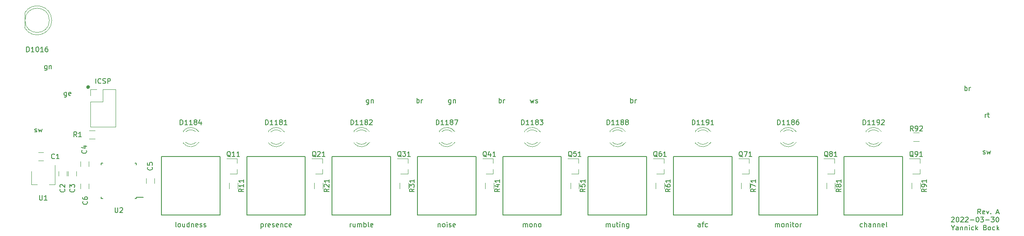
<source format=gto>
G04 #@! TF.GenerationSoftware,KiCad,Pcbnew,(5.1.7)-1*
G04 #@! TF.CreationDate,2022-04-05T13:22:44+02:00*
G04 #@! TF.ProjectId,saba_924x_tipp-tasten-modul,73616261-5f39-4323-9478-5f746970702d,rev?*
G04 #@! TF.SameCoordinates,Original*
G04 #@! TF.FileFunction,Legend,Top*
G04 #@! TF.FilePolarity,Positive*
%FSLAX46Y46*%
G04 Gerber Fmt 4.6, Leading zero omitted, Abs format (unit mm)*
G04 Created by KiCad (PCBNEW (5.1.7)-1) date 2022-04-05 13:22:44*
%MOMM*%
%LPD*%
G01*
G04 APERTURE LIST*
%ADD10C,0.150000*%
%ADD11C,0.500000*%
%ADD12C,0.120000*%
%ADD13C,2.500000*%
%ADD14R,1.300000X0.700000*%
%ADD15R,0.900000X0.800000*%
%ADD16R,0.700000X1.300000*%
%ADD17C,2.250000*%
%ADD18R,1.800000X1.800000*%
%ADD19C,1.800000*%
%ADD20C,0.100000*%
%ADD21R,1.000000X1.500000*%
%ADD22R,1.000000X1.800000*%
%ADD23R,2.200000X1.840000*%
%ADD24R,1.600000X0.550000*%
%ADD25R,0.550000X1.600000*%
%ADD26R,1.700000X1.700000*%
%ADD27O,1.700000X1.700000*%
%ADD28R,1.250000X1.000000*%
%ADD29R,1.000000X1.250000*%
%ADD30C,6.000000*%
G04 APERTURE END LIST*
D10*
X220247738Y-62802380D02*
X219914404Y-62326190D01*
X219676309Y-62802380D02*
X219676309Y-61802380D01*
X220057261Y-61802380D01*
X220152500Y-61850000D01*
X220200119Y-61897619D01*
X220247738Y-61992857D01*
X220247738Y-62135714D01*
X220200119Y-62230952D01*
X220152500Y-62278571D01*
X220057261Y-62326190D01*
X219676309Y-62326190D01*
X221057261Y-62754761D02*
X220962023Y-62802380D01*
X220771547Y-62802380D01*
X220676309Y-62754761D01*
X220628690Y-62659523D01*
X220628690Y-62278571D01*
X220676309Y-62183333D01*
X220771547Y-62135714D01*
X220962023Y-62135714D01*
X221057261Y-62183333D01*
X221104880Y-62278571D01*
X221104880Y-62373809D01*
X220628690Y-62469047D01*
X221438214Y-62135714D02*
X221676309Y-62802380D01*
X221914404Y-62135714D01*
X222295357Y-62707142D02*
X222342976Y-62754761D01*
X222295357Y-62802380D01*
X222247738Y-62754761D01*
X222295357Y-62707142D01*
X222295357Y-62802380D01*
X223485833Y-62516666D02*
X223962023Y-62516666D01*
X223390595Y-62802380D02*
X223723928Y-61802380D01*
X224057261Y-62802380D01*
X214247738Y-63547619D02*
X214295357Y-63500000D01*
X214390595Y-63452380D01*
X214628690Y-63452380D01*
X214723928Y-63500000D01*
X214771547Y-63547619D01*
X214819166Y-63642857D01*
X214819166Y-63738095D01*
X214771547Y-63880952D01*
X214200119Y-64452380D01*
X214819166Y-64452380D01*
X215438214Y-63452380D02*
X215533452Y-63452380D01*
X215628690Y-63500000D01*
X215676309Y-63547619D01*
X215723928Y-63642857D01*
X215771547Y-63833333D01*
X215771547Y-64071428D01*
X215723928Y-64261904D01*
X215676309Y-64357142D01*
X215628690Y-64404761D01*
X215533452Y-64452380D01*
X215438214Y-64452380D01*
X215342976Y-64404761D01*
X215295357Y-64357142D01*
X215247738Y-64261904D01*
X215200119Y-64071428D01*
X215200119Y-63833333D01*
X215247738Y-63642857D01*
X215295357Y-63547619D01*
X215342976Y-63500000D01*
X215438214Y-63452380D01*
X216152500Y-63547619D02*
X216200119Y-63500000D01*
X216295357Y-63452380D01*
X216533452Y-63452380D01*
X216628690Y-63500000D01*
X216676309Y-63547619D01*
X216723928Y-63642857D01*
X216723928Y-63738095D01*
X216676309Y-63880952D01*
X216104880Y-64452380D01*
X216723928Y-64452380D01*
X217104880Y-63547619D02*
X217152500Y-63500000D01*
X217247738Y-63452380D01*
X217485833Y-63452380D01*
X217581071Y-63500000D01*
X217628690Y-63547619D01*
X217676309Y-63642857D01*
X217676309Y-63738095D01*
X217628690Y-63880952D01*
X217057261Y-64452380D01*
X217676309Y-64452380D01*
X218104880Y-64071428D02*
X218866785Y-64071428D01*
X219533452Y-63452380D02*
X219628690Y-63452380D01*
X219723928Y-63500000D01*
X219771547Y-63547619D01*
X219819166Y-63642857D01*
X219866785Y-63833333D01*
X219866785Y-64071428D01*
X219819166Y-64261904D01*
X219771547Y-64357142D01*
X219723928Y-64404761D01*
X219628690Y-64452380D01*
X219533452Y-64452380D01*
X219438214Y-64404761D01*
X219390595Y-64357142D01*
X219342976Y-64261904D01*
X219295357Y-64071428D01*
X219295357Y-63833333D01*
X219342976Y-63642857D01*
X219390595Y-63547619D01*
X219438214Y-63500000D01*
X219533452Y-63452380D01*
X220200119Y-63452380D02*
X220819166Y-63452380D01*
X220485833Y-63833333D01*
X220628690Y-63833333D01*
X220723928Y-63880952D01*
X220771547Y-63928571D01*
X220819166Y-64023809D01*
X220819166Y-64261904D01*
X220771547Y-64357142D01*
X220723928Y-64404761D01*
X220628690Y-64452380D01*
X220342976Y-64452380D01*
X220247738Y-64404761D01*
X220200119Y-64357142D01*
X221247738Y-64071428D02*
X222009642Y-64071428D01*
X222390595Y-63452380D02*
X223009642Y-63452380D01*
X222676309Y-63833333D01*
X222819166Y-63833333D01*
X222914404Y-63880952D01*
X222962023Y-63928571D01*
X223009642Y-64023809D01*
X223009642Y-64261904D01*
X222962023Y-64357142D01*
X222914404Y-64404761D01*
X222819166Y-64452380D01*
X222533452Y-64452380D01*
X222438214Y-64404761D01*
X222390595Y-64357142D01*
X223628690Y-63452380D02*
X223723928Y-63452380D01*
X223819166Y-63500000D01*
X223866785Y-63547619D01*
X223914404Y-63642857D01*
X223962023Y-63833333D01*
X223962023Y-64071428D01*
X223914404Y-64261904D01*
X223866785Y-64357142D01*
X223819166Y-64404761D01*
X223723928Y-64452380D01*
X223628690Y-64452380D01*
X223533452Y-64404761D01*
X223485833Y-64357142D01*
X223438214Y-64261904D01*
X223390595Y-64071428D01*
X223390595Y-63833333D01*
X223438214Y-63642857D01*
X223485833Y-63547619D01*
X223533452Y-63500000D01*
X223628690Y-63452380D01*
X214533452Y-65626190D02*
X214533452Y-66102380D01*
X214200119Y-65102380D02*
X214533452Y-65626190D01*
X214866785Y-65102380D01*
X215628690Y-66102380D02*
X215628690Y-65578571D01*
X215581071Y-65483333D01*
X215485833Y-65435714D01*
X215295357Y-65435714D01*
X215200119Y-65483333D01*
X215628690Y-66054761D02*
X215533452Y-66102380D01*
X215295357Y-66102380D01*
X215200119Y-66054761D01*
X215152500Y-65959523D01*
X215152500Y-65864285D01*
X215200119Y-65769047D01*
X215295357Y-65721428D01*
X215533452Y-65721428D01*
X215628690Y-65673809D01*
X216104880Y-65435714D02*
X216104880Y-66102380D01*
X216104880Y-65530952D02*
X216152500Y-65483333D01*
X216247738Y-65435714D01*
X216390595Y-65435714D01*
X216485833Y-65483333D01*
X216533452Y-65578571D01*
X216533452Y-66102380D01*
X217009642Y-65435714D02*
X217009642Y-66102380D01*
X217009642Y-65530952D02*
X217057261Y-65483333D01*
X217152500Y-65435714D01*
X217295357Y-65435714D01*
X217390595Y-65483333D01*
X217438214Y-65578571D01*
X217438214Y-66102380D01*
X217914404Y-66102380D02*
X217914404Y-65435714D01*
X217914404Y-65102380D02*
X217866785Y-65150000D01*
X217914404Y-65197619D01*
X217962023Y-65150000D01*
X217914404Y-65102380D01*
X217914404Y-65197619D01*
X218819166Y-66054761D02*
X218723928Y-66102380D01*
X218533452Y-66102380D01*
X218438214Y-66054761D01*
X218390595Y-66007142D01*
X218342976Y-65911904D01*
X218342976Y-65626190D01*
X218390595Y-65530952D01*
X218438214Y-65483333D01*
X218533452Y-65435714D01*
X218723928Y-65435714D01*
X218819166Y-65483333D01*
X219247738Y-66102380D02*
X219247738Y-65102380D01*
X219342976Y-65721428D02*
X219628690Y-66102380D01*
X219628690Y-65435714D02*
X219247738Y-65816666D01*
X221152500Y-65578571D02*
X221295357Y-65626190D01*
X221342976Y-65673809D01*
X221390595Y-65769047D01*
X221390595Y-65911904D01*
X221342976Y-66007142D01*
X221295357Y-66054761D01*
X221200119Y-66102380D01*
X220819166Y-66102380D01*
X220819166Y-65102380D01*
X221152500Y-65102380D01*
X221247738Y-65150000D01*
X221295357Y-65197619D01*
X221342976Y-65292857D01*
X221342976Y-65388095D01*
X221295357Y-65483333D01*
X221247738Y-65530952D01*
X221152500Y-65578571D01*
X220819166Y-65578571D01*
X221962023Y-66102380D02*
X221866785Y-66054761D01*
X221819166Y-66007142D01*
X221771547Y-65911904D01*
X221771547Y-65626190D01*
X221819166Y-65530952D01*
X221866785Y-65483333D01*
X221962023Y-65435714D01*
X222104880Y-65435714D01*
X222200119Y-65483333D01*
X222247738Y-65530952D01*
X222295357Y-65626190D01*
X222295357Y-65911904D01*
X222247738Y-66007142D01*
X222200119Y-66054761D01*
X222104880Y-66102380D01*
X221962023Y-66102380D01*
X223152500Y-66054761D02*
X223057261Y-66102380D01*
X222866785Y-66102380D01*
X222771547Y-66054761D01*
X222723928Y-66007142D01*
X222676309Y-65911904D01*
X222676309Y-65626190D01*
X222723928Y-65530952D01*
X222771547Y-65483333D01*
X222866785Y-65435714D01*
X223057261Y-65435714D01*
X223152500Y-65483333D01*
X223581071Y-66102380D02*
X223581071Y-65102380D01*
X223676309Y-65721428D02*
X223962023Y-66102380D01*
X223962023Y-65435714D02*
X223581071Y-65816666D01*
X195988095Y-65404761D02*
X195892857Y-65452380D01*
X195702380Y-65452380D01*
X195607142Y-65404761D01*
X195559523Y-65357142D01*
X195511904Y-65261904D01*
X195511904Y-64976190D01*
X195559523Y-64880952D01*
X195607142Y-64833333D01*
X195702380Y-64785714D01*
X195892857Y-64785714D01*
X195988095Y-64833333D01*
X196416666Y-65452380D02*
X196416666Y-64452380D01*
X196845238Y-65452380D02*
X196845238Y-64928571D01*
X196797619Y-64833333D01*
X196702380Y-64785714D01*
X196559523Y-64785714D01*
X196464285Y-64833333D01*
X196416666Y-64880952D01*
X197750000Y-65452380D02*
X197750000Y-64928571D01*
X197702380Y-64833333D01*
X197607142Y-64785714D01*
X197416666Y-64785714D01*
X197321428Y-64833333D01*
X197750000Y-65404761D02*
X197654761Y-65452380D01*
X197416666Y-65452380D01*
X197321428Y-65404761D01*
X197273809Y-65309523D01*
X197273809Y-65214285D01*
X197321428Y-65119047D01*
X197416666Y-65071428D01*
X197654761Y-65071428D01*
X197750000Y-65023809D01*
X198226190Y-64785714D02*
X198226190Y-65452380D01*
X198226190Y-64880952D02*
X198273809Y-64833333D01*
X198369047Y-64785714D01*
X198511904Y-64785714D01*
X198607142Y-64833333D01*
X198654761Y-64928571D01*
X198654761Y-65452380D01*
X199130952Y-64785714D02*
X199130952Y-65452380D01*
X199130952Y-64880952D02*
X199178571Y-64833333D01*
X199273809Y-64785714D01*
X199416666Y-64785714D01*
X199511904Y-64833333D01*
X199559523Y-64928571D01*
X199559523Y-65452380D01*
X200416666Y-65404761D02*
X200321428Y-65452380D01*
X200130952Y-65452380D01*
X200035714Y-65404761D01*
X199988095Y-65309523D01*
X199988095Y-64928571D01*
X200035714Y-64833333D01*
X200130952Y-64785714D01*
X200321428Y-64785714D01*
X200416666Y-64833333D01*
X200464285Y-64928571D01*
X200464285Y-65023809D01*
X199988095Y-65119047D01*
X201035714Y-65452380D02*
X200940476Y-65404761D01*
X200892857Y-65309523D01*
X200892857Y-64452380D01*
X178130952Y-65452380D02*
X178130952Y-64785714D01*
X178130952Y-64880952D02*
X178178571Y-64833333D01*
X178273809Y-64785714D01*
X178416666Y-64785714D01*
X178511904Y-64833333D01*
X178559523Y-64928571D01*
X178559523Y-65452380D01*
X178559523Y-64928571D02*
X178607142Y-64833333D01*
X178702380Y-64785714D01*
X178845238Y-64785714D01*
X178940476Y-64833333D01*
X178988095Y-64928571D01*
X178988095Y-65452380D01*
X179607142Y-65452380D02*
X179511904Y-65404761D01*
X179464285Y-65357142D01*
X179416666Y-65261904D01*
X179416666Y-64976190D01*
X179464285Y-64880952D01*
X179511904Y-64833333D01*
X179607142Y-64785714D01*
X179750000Y-64785714D01*
X179845238Y-64833333D01*
X179892857Y-64880952D01*
X179940476Y-64976190D01*
X179940476Y-65261904D01*
X179892857Y-65357142D01*
X179845238Y-65404761D01*
X179750000Y-65452380D01*
X179607142Y-65452380D01*
X180369047Y-64785714D02*
X180369047Y-65452380D01*
X180369047Y-64880952D02*
X180416666Y-64833333D01*
X180511904Y-64785714D01*
X180654761Y-64785714D01*
X180750000Y-64833333D01*
X180797619Y-64928571D01*
X180797619Y-65452380D01*
X181273809Y-65452380D02*
X181273809Y-64785714D01*
X181273809Y-64452380D02*
X181226190Y-64500000D01*
X181273809Y-64547619D01*
X181321428Y-64500000D01*
X181273809Y-64452380D01*
X181273809Y-64547619D01*
X181607142Y-64785714D02*
X181988095Y-64785714D01*
X181750000Y-64452380D02*
X181750000Y-65309523D01*
X181797619Y-65404761D01*
X181892857Y-65452380D01*
X181988095Y-65452380D01*
X182464285Y-65452380D02*
X182369047Y-65404761D01*
X182321428Y-65357142D01*
X182273809Y-65261904D01*
X182273809Y-64976190D01*
X182321428Y-64880952D01*
X182369047Y-64833333D01*
X182464285Y-64785714D01*
X182607142Y-64785714D01*
X182702380Y-64833333D01*
X182750000Y-64880952D01*
X182797619Y-64976190D01*
X182797619Y-65261904D01*
X182750000Y-65357142D01*
X182702380Y-65404761D01*
X182607142Y-65452380D01*
X182464285Y-65452380D01*
X183226190Y-65452380D02*
X183226190Y-64785714D01*
X183226190Y-64976190D02*
X183273809Y-64880952D01*
X183321428Y-64833333D01*
X183416666Y-64785714D01*
X183511904Y-64785714D01*
X162750000Y-65452380D02*
X162750000Y-64928571D01*
X162702380Y-64833333D01*
X162607142Y-64785714D01*
X162416666Y-64785714D01*
X162321428Y-64833333D01*
X162750000Y-65404761D02*
X162654761Y-65452380D01*
X162416666Y-65452380D01*
X162321428Y-65404761D01*
X162273809Y-65309523D01*
X162273809Y-65214285D01*
X162321428Y-65119047D01*
X162416666Y-65071428D01*
X162654761Y-65071428D01*
X162750000Y-65023809D01*
X163083333Y-64785714D02*
X163464285Y-64785714D01*
X163226190Y-65452380D02*
X163226190Y-64595238D01*
X163273809Y-64500000D01*
X163369047Y-64452380D01*
X163464285Y-64452380D01*
X164226190Y-65404761D02*
X164130952Y-65452380D01*
X163940476Y-65452380D01*
X163845238Y-65404761D01*
X163797619Y-65357142D01*
X163750000Y-65261904D01*
X163750000Y-64976190D01*
X163797619Y-64880952D01*
X163845238Y-64833333D01*
X163940476Y-64785714D01*
X164130952Y-64785714D01*
X164226190Y-64833333D01*
X143440476Y-65452380D02*
X143440476Y-64785714D01*
X143440476Y-64880952D02*
X143488095Y-64833333D01*
X143583333Y-64785714D01*
X143726190Y-64785714D01*
X143821428Y-64833333D01*
X143869047Y-64928571D01*
X143869047Y-65452380D01*
X143869047Y-64928571D02*
X143916666Y-64833333D01*
X144011904Y-64785714D01*
X144154761Y-64785714D01*
X144250000Y-64833333D01*
X144297619Y-64928571D01*
X144297619Y-65452380D01*
X145202380Y-64785714D02*
X145202380Y-65452380D01*
X144773809Y-64785714D02*
X144773809Y-65309523D01*
X144821428Y-65404761D01*
X144916666Y-65452380D01*
X145059523Y-65452380D01*
X145154761Y-65404761D01*
X145202380Y-65357142D01*
X145535714Y-64785714D02*
X145916666Y-64785714D01*
X145678571Y-64452380D02*
X145678571Y-65309523D01*
X145726190Y-65404761D01*
X145821428Y-65452380D01*
X145916666Y-65452380D01*
X146250000Y-65452380D02*
X146250000Y-64785714D01*
X146250000Y-64452380D02*
X146202380Y-64500000D01*
X146250000Y-64547619D01*
X146297619Y-64500000D01*
X146250000Y-64452380D01*
X146250000Y-64547619D01*
X146726190Y-64785714D02*
X146726190Y-65452380D01*
X146726190Y-64880952D02*
X146773809Y-64833333D01*
X146869047Y-64785714D01*
X147011904Y-64785714D01*
X147107142Y-64833333D01*
X147154761Y-64928571D01*
X147154761Y-65452380D01*
X148059523Y-64785714D02*
X148059523Y-65595238D01*
X148011904Y-65690476D01*
X147964285Y-65738095D01*
X147869047Y-65785714D01*
X147726190Y-65785714D01*
X147630952Y-65738095D01*
X148059523Y-65404761D02*
X147964285Y-65452380D01*
X147773809Y-65452380D01*
X147678571Y-65404761D01*
X147630952Y-65357142D01*
X147583333Y-65261904D01*
X147583333Y-64976190D01*
X147630952Y-64880952D01*
X147678571Y-64833333D01*
X147773809Y-64785714D01*
X147964285Y-64785714D01*
X148059523Y-64833333D01*
X126464285Y-65452380D02*
X126464285Y-64785714D01*
X126464285Y-64880952D02*
X126511904Y-64833333D01*
X126607142Y-64785714D01*
X126750000Y-64785714D01*
X126845238Y-64833333D01*
X126892857Y-64928571D01*
X126892857Y-65452380D01*
X126892857Y-64928571D02*
X126940476Y-64833333D01*
X127035714Y-64785714D01*
X127178571Y-64785714D01*
X127273809Y-64833333D01*
X127321428Y-64928571D01*
X127321428Y-65452380D01*
X127940476Y-65452380D02*
X127845238Y-65404761D01*
X127797619Y-65357142D01*
X127750000Y-65261904D01*
X127750000Y-64976190D01*
X127797619Y-64880952D01*
X127845238Y-64833333D01*
X127940476Y-64785714D01*
X128083333Y-64785714D01*
X128178571Y-64833333D01*
X128226190Y-64880952D01*
X128273809Y-64976190D01*
X128273809Y-65261904D01*
X128226190Y-65357142D01*
X128178571Y-65404761D01*
X128083333Y-65452380D01*
X127940476Y-65452380D01*
X128702380Y-64785714D02*
X128702380Y-65452380D01*
X128702380Y-64880952D02*
X128750000Y-64833333D01*
X128845238Y-64785714D01*
X128988095Y-64785714D01*
X129083333Y-64833333D01*
X129130952Y-64928571D01*
X129130952Y-65452380D01*
X129750000Y-65452380D02*
X129654761Y-65404761D01*
X129607142Y-65357142D01*
X129559523Y-65261904D01*
X129559523Y-64976190D01*
X129607142Y-64880952D01*
X129654761Y-64833333D01*
X129750000Y-64785714D01*
X129892857Y-64785714D01*
X129988095Y-64833333D01*
X130035714Y-64880952D01*
X130083333Y-64976190D01*
X130083333Y-65261904D01*
X130035714Y-65357142D01*
X129988095Y-65404761D01*
X129892857Y-65452380D01*
X129750000Y-65452380D01*
X109011904Y-64785714D02*
X109011904Y-65452380D01*
X109011904Y-64880952D02*
X109059523Y-64833333D01*
X109154761Y-64785714D01*
X109297619Y-64785714D01*
X109392857Y-64833333D01*
X109440476Y-64928571D01*
X109440476Y-65452380D01*
X110059523Y-65452380D02*
X109964285Y-65404761D01*
X109916666Y-65357142D01*
X109869047Y-65261904D01*
X109869047Y-64976190D01*
X109916666Y-64880952D01*
X109964285Y-64833333D01*
X110059523Y-64785714D01*
X110202380Y-64785714D01*
X110297619Y-64833333D01*
X110345238Y-64880952D01*
X110392857Y-64976190D01*
X110392857Y-65261904D01*
X110345238Y-65357142D01*
X110297619Y-65404761D01*
X110202380Y-65452380D01*
X110059523Y-65452380D01*
X110821428Y-65452380D02*
X110821428Y-64785714D01*
X110821428Y-64452380D02*
X110773809Y-64500000D01*
X110821428Y-64547619D01*
X110869047Y-64500000D01*
X110821428Y-64452380D01*
X110821428Y-64547619D01*
X111250000Y-65404761D02*
X111345238Y-65452380D01*
X111535714Y-65452380D01*
X111630952Y-65404761D01*
X111678571Y-65309523D01*
X111678571Y-65261904D01*
X111630952Y-65166666D01*
X111535714Y-65119047D01*
X111392857Y-65119047D01*
X111297619Y-65071428D01*
X111250000Y-64976190D01*
X111250000Y-64928571D01*
X111297619Y-64833333D01*
X111392857Y-64785714D01*
X111535714Y-64785714D01*
X111630952Y-64833333D01*
X112488095Y-65404761D02*
X112392857Y-65452380D01*
X112202380Y-65452380D01*
X112107142Y-65404761D01*
X112059523Y-65309523D01*
X112059523Y-64928571D01*
X112107142Y-64833333D01*
X112202380Y-64785714D01*
X112392857Y-64785714D01*
X112488095Y-64833333D01*
X112535714Y-64928571D01*
X112535714Y-65023809D01*
X112059523Y-65119047D01*
X90916666Y-65452380D02*
X90916666Y-64785714D01*
X90916666Y-64976190D02*
X90964285Y-64880952D01*
X91011904Y-64833333D01*
X91107142Y-64785714D01*
X91202380Y-64785714D01*
X91964285Y-64785714D02*
X91964285Y-65452380D01*
X91535714Y-64785714D02*
X91535714Y-65309523D01*
X91583333Y-65404761D01*
X91678571Y-65452380D01*
X91821428Y-65452380D01*
X91916666Y-65404761D01*
X91964285Y-65357142D01*
X92440476Y-65452380D02*
X92440476Y-64785714D01*
X92440476Y-64880952D02*
X92488095Y-64833333D01*
X92583333Y-64785714D01*
X92726190Y-64785714D01*
X92821428Y-64833333D01*
X92869047Y-64928571D01*
X92869047Y-65452380D01*
X92869047Y-64928571D02*
X92916666Y-64833333D01*
X93011904Y-64785714D01*
X93154761Y-64785714D01*
X93250000Y-64833333D01*
X93297619Y-64928571D01*
X93297619Y-65452380D01*
X93773809Y-65452380D02*
X93773809Y-64452380D01*
X93773809Y-64833333D02*
X93869047Y-64785714D01*
X94059523Y-64785714D01*
X94154761Y-64833333D01*
X94202380Y-64880952D01*
X94250000Y-64976190D01*
X94250000Y-65261904D01*
X94202380Y-65357142D01*
X94154761Y-65404761D01*
X94059523Y-65452380D01*
X93869047Y-65452380D01*
X93773809Y-65404761D01*
X94821428Y-65452380D02*
X94726190Y-65404761D01*
X94678571Y-65309523D01*
X94678571Y-64452380D01*
X95583333Y-65404761D02*
X95488095Y-65452380D01*
X95297619Y-65452380D01*
X95202380Y-65404761D01*
X95154761Y-65309523D01*
X95154761Y-64928571D01*
X95202380Y-64833333D01*
X95297619Y-64785714D01*
X95488095Y-64785714D01*
X95583333Y-64833333D01*
X95630952Y-64928571D01*
X95630952Y-65023809D01*
X95154761Y-65119047D01*
X72654761Y-64785714D02*
X72654761Y-65785714D01*
X72654761Y-64833333D02*
X72750000Y-64785714D01*
X72940476Y-64785714D01*
X73035714Y-64833333D01*
X73083333Y-64880952D01*
X73130952Y-64976190D01*
X73130952Y-65261904D01*
X73083333Y-65357142D01*
X73035714Y-65404761D01*
X72940476Y-65452380D01*
X72750000Y-65452380D01*
X72654761Y-65404761D01*
X73559523Y-65452380D02*
X73559523Y-64785714D01*
X73559523Y-64976190D02*
X73607142Y-64880952D01*
X73654761Y-64833333D01*
X73750000Y-64785714D01*
X73845238Y-64785714D01*
X74559523Y-65404761D02*
X74464285Y-65452380D01*
X74273809Y-65452380D01*
X74178571Y-65404761D01*
X74130952Y-65309523D01*
X74130952Y-64928571D01*
X74178571Y-64833333D01*
X74273809Y-64785714D01*
X74464285Y-64785714D01*
X74559523Y-64833333D01*
X74607142Y-64928571D01*
X74607142Y-65023809D01*
X74130952Y-65119047D01*
X74988095Y-65404761D02*
X75083333Y-65452380D01*
X75273809Y-65452380D01*
X75369047Y-65404761D01*
X75416666Y-65309523D01*
X75416666Y-65261904D01*
X75369047Y-65166666D01*
X75273809Y-65119047D01*
X75130952Y-65119047D01*
X75035714Y-65071428D01*
X74988095Y-64976190D01*
X74988095Y-64928571D01*
X75035714Y-64833333D01*
X75130952Y-64785714D01*
X75273809Y-64785714D01*
X75369047Y-64833333D01*
X76226190Y-65404761D02*
X76130952Y-65452380D01*
X75940476Y-65452380D01*
X75845238Y-65404761D01*
X75797619Y-65309523D01*
X75797619Y-64928571D01*
X75845238Y-64833333D01*
X75940476Y-64785714D01*
X76130952Y-64785714D01*
X76226190Y-64833333D01*
X76273809Y-64928571D01*
X76273809Y-65023809D01*
X75797619Y-65119047D01*
X76702380Y-64785714D02*
X76702380Y-65452380D01*
X76702380Y-64880952D02*
X76750000Y-64833333D01*
X76845238Y-64785714D01*
X76988095Y-64785714D01*
X77083333Y-64833333D01*
X77130952Y-64928571D01*
X77130952Y-65452380D01*
X78035714Y-65404761D02*
X77940476Y-65452380D01*
X77750000Y-65452380D01*
X77654761Y-65404761D01*
X77607142Y-65357142D01*
X77559523Y-65261904D01*
X77559523Y-64976190D01*
X77607142Y-64880952D01*
X77654761Y-64833333D01*
X77750000Y-64785714D01*
X77940476Y-64785714D01*
X78035714Y-64833333D01*
X78845238Y-65404761D02*
X78750000Y-65452380D01*
X78559523Y-65452380D01*
X78464285Y-65404761D01*
X78416666Y-65309523D01*
X78416666Y-64928571D01*
X78464285Y-64833333D01*
X78559523Y-64785714D01*
X78750000Y-64785714D01*
X78845238Y-64833333D01*
X78892857Y-64928571D01*
X78892857Y-65023809D01*
X78416666Y-65119047D01*
X55321428Y-65452380D02*
X55226190Y-65404761D01*
X55178571Y-65309523D01*
X55178571Y-64452380D01*
X55845238Y-65452380D02*
X55750000Y-65404761D01*
X55702380Y-65357142D01*
X55654761Y-65261904D01*
X55654761Y-64976190D01*
X55702380Y-64880952D01*
X55750000Y-64833333D01*
X55845238Y-64785714D01*
X55988095Y-64785714D01*
X56083333Y-64833333D01*
X56130952Y-64880952D01*
X56178571Y-64976190D01*
X56178571Y-65261904D01*
X56130952Y-65357142D01*
X56083333Y-65404761D01*
X55988095Y-65452380D01*
X55845238Y-65452380D01*
X57035714Y-64785714D02*
X57035714Y-65452380D01*
X56607142Y-64785714D02*
X56607142Y-65309523D01*
X56654761Y-65404761D01*
X56750000Y-65452380D01*
X56892857Y-65452380D01*
X56988095Y-65404761D01*
X57035714Y-65357142D01*
X57940476Y-65452380D02*
X57940476Y-64452380D01*
X57940476Y-65404761D02*
X57845238Y-65452380D01*
X57654761Y-65452380D01*
X57559523Y-65404761D01*
X57511904Y-65357142D01*
X57464285Y-65261904D01*
X57464285Y-64976190D01*
X57511904Y-64880952D01*
X57559523Y-64833333D01*
X57654761Y-64785714D01*
X57845238Y-64785714D01*
X57940476Y-64833333D01*
X58416666Y-64785714D02*
X58416666Y-65452380D01*
X58416666Y-64880952D02*
X58464285Y-64833333D01*
X58559523Y-64785714D01*
X58702380Y-64785714D01*
X58797619Y-64833333D01*
X58845238Y-64928571D01*
X58845238Y-65452380D01*
X59702380Y-65404761D02*
X59607142Y-65452380D01*
X59416666Y-65452380D01*
X59321428Y-65404761D01*
X59273809Y-65309523D01*
X59273809Y-64928571D01*
X59321428Y-64833333D01*
X59416666Y-64785714D01*
X59607142Y-64785714D01*
X59702380Y-64833333D01*
X59750000Y-64928571D01*
X59750000Y-65023809D01*
X59273809Y-65119047D01*
X60130952Y-65404761D02*
X60226190Y-65452380D01*
X60416666Y-65452380D01*
X60511904Y-65404761D01*
X60559523Y-65309523D01*
X60559523Y-65261904D01*
X60511904Y-65166666D01*
X60416666Y-65119047D01*
X60273809Y-65119047D01*
X60178571Y-65071428D01*
X60130952Y-64976190D01*
X60130952Y-64928571D01*
X60178571Y-64833333D01*
X60273809Y-64785714D01*
X60416666Y-64785714D01*
X60511904Y-64833333D01*
X60940476Y-65404761D02*
X61035714Y-65452380D01*
X61226190Y-65452380D01*
X61321428Y-65404761D01*
X61369047Y-65309523D01*
X61369047Y-65261904D01*
X61321428Y-65166666D01*
X61226190Y-65119047D01*
X61083333Y-65119047D01*
X60988095Y-65071428D01*
X60940476Y-64976190D01*
X60940476Y-64928571D01*
X60988095Y-64833333D01*
X61083333Y-64785714D01*
X61226190Y-64785714D01*
X61321428Y-64833333D01*
D11*
X37200000Y-36592857D02*
X37319047Y-36711904D01*
X37200000Y-36830952D01*
X37080952Y-36711904D01*
X37200000Y-36592857D01*
X37200000Y-36830952D01*
D10*
X38793809Y-35952380D02*
X38793809Y-34952380D01*
X39841428Y-35857142D02*
X39793809Y-35904761D01*
X39650952Y-35952380D01*
X39555714Y-35952380D01*
X39412857Y-35904761D01*
X39317619Y-35809523D01*
X39270000Y-35714285D01*
X39222380Y-35523809D01*
X39222380Y-35380952D01*
X39270000Y-35190476D01*
X39317619Y-35095238D01*
X39412857Y-35000000D01*
X39555714Y-34952380D01*
X39650952Y-34952380D01*
X39793809Y-35000000D01*
X39841428Y-35047619D01*
X40222380Y-35904761D02*
X40365238Y-35952380D01*
X40603333Y-35952380D01*
X40698571Y-35904761D01*
X40746190Y-35857142D01*
X40793809Y-35761904D01*
X40793809Y-35666666D01*
X40746190Y-35571428D01*
X40698571Y-35523809D01*
X40603333Y-35476190D01*
X40412857Y-35428571D01*
X40317619Y-35380952D01*
X40270000Y-35333333D01*
X40222380Y-35238095D01*
X40222380Y-35142857D01*
X40270000Y-35047619D01*
X40317619Y-35000000D01*
X40412857Y-34952380D01*
X40650952Y-34952380D01*
X40793809Y-35000000D01*
X41222380Y-35952380D02*
X41222380Y-34952380D01*
X41603333Y-34952380D01*
X41698571Y-35000000D01*
X41746190Y-35047619D01*
X41793809Y-35142857D01*
X41793809Y-35285714D01*
X41746190Y-35380952D01*
X41698571Y-35428571D01*
X41603333Y-35476190D01*
X41222380Y-35476190D01*
X148476190Y-39952380D02*
X148476190Y-38952380D01*
X148476190Y-39333333D02*
X148571428Y-39285714D01*
X148761904Y-39285714D01*
X148857142Y-39333333D01*
X148904761Y-39380952D01*
X148952380Y-39476190D01*
X148952380Y-39761904D01*
X148904761Y-39857142D01*
X148857142Y-39904761D01*
X148761904Y-39952380D01*
X148571428Y-39952380D01*
X148476190Y-39904761D01*
X149380952Y-39952380D02*
X149380952Y-39285714D01*
X149380952Y-39476190D02*
X149428571Y-39380952D01*
X149476190Y-39333333D01*
X149571428Y-39285714D01*
X149666666Y-39285714D01*
X127894285Y-39285714D02*
X128084761Y-39952380D01*
X128275238Y-39476190D01*
X128465714Y-39952380D01*
X128656190Y-39285714D01*
X128989523Y-39904761D02*
X129084761Y-39952380D01*
X129275238Y-39952380D01*
X129370476Y-39904761D01*
X129418095Y-39809523D01*
X129418095Y-39761904D01*
X129370476Y-39666666D01*
X129275238Y-39619047D01*
X129132380Y-39619047D01*
X129037142Y-39571428D01*
X128989523Y-39476190D01*
X128989523Y-39428571D01*
X129037142Y-39333333D01*
X129132380Y-39285714D01*
X129275238Y-39285714D01*
X129370476Y-39333333D01*
X121476190Y-39952380D02*
X121476190Y-38952380D01*
X121476190Y-39333333D02*
X121571428Y-39285714D01*
X121761904Y-39285714D01*
X121857142Y-39333333D01*
X121904761Y-39380952D01*
X121952380Y-39476190D01*
X121952380Y-39761904D01*
X121904761Y-39857142D01*
X121857142Y-39904761D01*
X121761904Y-39952380D01*
X121571428Y-39952380D01*
X121476190Y-39904761D01*
X122380952Y-39952380D02*
X122380952Y-39285714D01*
X122380952Y-39476190D02*
X122428571Y-39380952D01*
X122476190Y-39333333D01*
X122571428Y-39285714D01*
X122666666Y-39285714D01*
X111601904Y-39285714D02*
X111601904Y-40095238D01*
X111554285Y-40190476D01*
X111506666Y-40238095D01*
X111411428Y-40285714D01*
X111268571Y-40285714D01*
X111173333Y-40238095D01*
X111601904Y-39904761D02*
X111506666Y-39952380D01*
X111316190Y-39952380D01*
X111220952Y-39904761D01*
X111173333Y-39857142D01*
X111125714Y-39761904D01*
X111125714Y-39476190D01*
X111173333Y-39380952D01*
X111220952Y-39333333D01*
X111316190Y-39285714D01*
X111506666Y-39285714D01*
X111601904Y-39333333D01*
X112078095Y-39285714D02*
X112078095Y-39952380D01*
X112078095Y-39380952D02*
X112125714Y-39333333D01*
X112220952Y-39285714D01*
X112363809Y-39285714D01*
X112459047Y-39333333D01*
X112506666Y-39428571D01*
X112506666Y-39952380D01*
X104636190Y-39952380D02*
X104636190Y-38952380D01*
X104636190Y-39333333D02*
X104731428Y-39285714D01*
X104921904Y-39285714D01*
X105017142Y-39333333D01*
X105064761Y-39380952D01*
X105112380Y-39476190D01*
X105112380Y-39761904D01*
X105064761Y-39857142D01*
X105017142Y-39904761D01*
X104921904Y-39952380D01*
X104731428Y-39952380D01*
X104636190Y-39904761D01*
X105540952Y-39952380D02*
X105540952Y-39285714D01*
X105540952Y-39476190D02*
X105588571Y-39380952D01*
X105636190Y-39333333D01*
X105731428Y-39285714D01*
X105826666Y-39285714D01*
X94761904Y-39285714D02*
X94761904Y-40095238D01*
X94714285Y-40190476D01*
X94666666Y-40238095D01*
X94571428Y-40285714D01*
X94428571Y-40285714D01*
X94333333Y-40238095D01*
X94761904Y-39904761D02*
X94666666Y-39952380D01*
X94476190Y-39952380D01*
X94380952Y-39904761D01*
X94333333Y-39857142D01*
X94285714Y-39761904D01*
X94285714Y-39476190D01*
X94333333Y-39380952D01*
X94380952Y-39333333D01*
X94476190Y-39285714D01*
X94666666Y-39285714D01*
X94761904Y-39333333D01*
X95238095Y-39285714D02*
X95238095Y-39952380D01*
X95238095Y-39380952D02*
X95285714Y-39333333D01*
X95380952Y-39285714D01*
X95523809Y-39285714D01*
X95619047Y-39333333D01*
X95666666Y-39428571D01*
X95666666Y-39952380D01*
X26261904Y-45904761D02*
X26357142Y-45952380D01*
X26547619Y-45952380D01*
X26642857Y-45904761D01*
X26690476Y-45809523D01*
X26690476Y-45761904D01*
X26642857Y-45666666D01*
X26547619Y-45619047D01*
X26404761Y-45619047D01*
X26309523Y-45571428D01*
X26261904Y-45476190D01*
X26261904Y-45428571D01*
X26309523Y-45333333D01*
X26404761Y-45285714D01*
X26547619Y-45285714D01*
X26642857Y-45333333D01*
X27023809Y-45285714D02*
X27214285Y-45952380D01*
X27404761Y-45476190D01*
X27595238Y-45952380D01*
X27785714Y-45285714D01*
X32785714Y-37785714D02*
X32785714Y-38595238D01*
X32738095Y-38690476D01*
X32690476Y-38738095D01*
X32595238Y-38785714D01*
X32452380Y-38785714D01*
X32357142Y-38738095D01*
X32785714Y-38404761D02*
X32690476Y-38452380D01*
X32500000Y-38452380D01*
X32404761Y-38404761D01*
X32357142Y-38357142D01*
X32309523Y-38261904D01*
X32309523Y-37976190D01*
X32357142Y-37880952D01*
X32404761Y-37833333D01*
X32500000Y-37785714D01*
X32690476Y-37785714D01*
X32785714Y-37833333D01*
X33642857Y-38404761D02*
X33547619Y-38452380D01*
X33357142Y-38452380D01*
X33261904Y-38404761D01*
X33214285Y-38309523D01*
X33214285Y-37928571D01*
X33261904Y-37833333D01*
X33357142Y-37785714D01*
X33547619Y-37785714D01*
X33642857Y-37833333D01*
X33690476Y-37928571D01*
X33690476Y-38023809D01*
X33214285Y-38119047D01*
X28761904Y-32285714D02*
X28761904Y-33095238D01*
X28714285Y-33190476D01*
X28666666Y-33238095D01*
X28571428Y-33285714D01*
X28428571Y-33285714D01*
X28333333Y-33238095D01*
X28761904Y-32904761D02*
X28666666Y-32952380D01*
X28476190Y-32952380D01*
X28380952Y-32904761D01*
X28333333Y-32857142D01*
X28285714Y-32761904D01*
X28285714Y-32476190D01*
X28333333Y-32380952D01*
X28380952Y-32333333D01*
X28476190Y-32285714D01*
X28666666Y-32285714D01*
X28761904Y-32333333D01*
X29238095Y-32285714D02*
X29238095Y-32952380D01*
X29238095Y-32380952D02*
X29285714Y-32333333D01*
X29380952Y-32285714D01*
X29523809Y-32285714D01*
X29619047Y-32333333D01*
X29666666Y-32428571D01*
X29666666Y-32952380D01*
X220761904Y-50404761D02*
X220857142Y-50452380D01*
X221047619Y-50452380D01*
X221142857Y-50404761D01*
X221190476Y-50309523D01*
X221190476Y-50261904D01*
X221142857Y-50166666D01*
X221047619Y-50119047D01*
X220904761Y-50119047D01*
X220809523Y-50071428D01*
X220761904Y-49976190D01*
X220761904Y-49928571D01*
X220809523Y-49833333D01*
X220904761Y-49785714D01*
X221047619Y-49785714D01*
X221142857Y-49833333D01*
X221523809Y-49785714D02*
X221714285Y-50452380D01*
X221904761Y-49976190D01*
X222095238Y-50452380D01*
X222285714Y-49785714D01*
X221142857Y-42952380D02*
X221142857Y-42285714D01*
X221142857Y-42476190D02*
X221190476Y-42380952D01*
X221238095Y-42333333D01*
X221333333Y-42285714D01*
X221428571Y-42285714D01*
X221619047Y-42285714D02*
X222000000Y-42285714D01*
X221761904Y-41952380D02*
X221761904Y-42809523D01*
X221809523Y-42904761D01*
X221904761Y-42952380D01*
X222000000Y-42952380D01*
X216976190Y-37452380D02*
X216976190Y-36452380D01*
X216976190Y-36833333D02*
X217071428Y-36785714D01*
X217261904Y-36785714D01*
X217357142Y-36833333D01*
X217404761Y-36880952D01*
X217452380Y-36976190D01*
X217452380Y-37261904D01*
X217404761Y-37357142D01*
X217357142Y-37404761D01*
X217261904Y-37452380D01*
X217071428Y-37452380D01*
X216976190Y-37404761D01*
X217880952Y-37452380D02*
X217880952Y-36785714D01*
X217880952Y-36976190D02*
X217928571Y-36880952D01*
X217976190Y-36833333D01*
X218071428Y-36785714D01*
X218166666Y-36785714D01*
D12*
X207880000Y-56400000D02*
X207880000Y-57600000D01*
X206120000Y-57600000D02*
X206120000Y-56400000D01*
X207760000Y-54580000D02*
X206300000Y-54580000D01*
X207760000Y-51420000D02*
X205600000Y-51420000D01*
X207760000Y-51420000D02*
X207760000Y-52350000D01*
X207760000Y-54580000D02*
X207760000Y-53650000D01*
X190380000Y-56400000D02*
X190380000Y-57600000D01*
X188620000Y-57600000D02*
X188620000Y-56400000D01*
X172880000Y-56400000D02*
X172880000Y-57600000D01*
X171120000Y-57600000D02*
X171120000Y-56400000D01*
X155380000Y-56400000D02*
X155380000Y-57600000D01*
X153620000Y-57600000D02*
X153620000Y-56400000D01*
X137880000Y-56400000D02*
X137880000Y-57600000D01*
X136120000Y-57600000D02*
X136120000Y-56400000D01*
X120380000Y-56400000D02*
X120380000Y-57600000D01*
X118620000Y-57600000D02*
X118620000Y-56400000D01*
X102880000Y-56400000D02*
X102880000Y-57600000D01*
X101120000Y-57600000D02*
X101120000Y-56400000D01*
X85380000Y-56400000D02*
X85380000Y-57600000D01*
X83620000Y-57600000D02*
X83620000Y-56400000D01*
X67880000Y-56400000D02*
X67880000Y-57600000D01*
X66120000Y-57600000D02*
X66120000Y-56400000D01*
X190260000Y-54580000D02*
X188800000Y-54580000D01*
X190260000Y-51420000D02*
X188100000Y-51420000D01*
X190260000Y-51420000D02*
X190260000Y-52350000D01*
X190260000Y-54580000D02*
X190260000Y-53650000D01*
X172760000Y-54580000D02*
X171300000Y-54580000D01*
X172760000Y-51420000D02*
X170600000Y-51420000D01*
X172760000Y-51420000D02*
X172760000Y-52350000D01*
X172760000Y-54580000D02*
X172760000Y-53650000D01*
X155260000Y-54580000D02*
X153800000Y-54580000D01*
X155260000Y-51420000D02*
X153100000Y-51420000D01*
X155260000Y-51420000D02*
X155260000Y-52350000D01*
X155260000Y-54580000D02*
X155260000Y-53650000D01*
X137760000Y-54580000D02*
X136300000Y-54580000D01*
X137760000Y-51420000D02*
X135600000Y-51420000D01*
X137760000Y-51420000D02*
X137760000Y-52350000D01*
X137760000Y-54580000D02*
X137760000Y-53650000D01*
X120260000Y-54580000D02*
X118800000Y-54580000D01*
X120260000Y-51420000D02*
X118100000Y-51420000D01*
X120260000Y-51420000D02*
X120260000Y-52350000D01*
X120260000Y-54580000D02*
X120260000Y-53650000D01*
X102760000Y-54580000D02*
X101300000Y-54580000D01*
X102760000Y-51420000D02*
X100600000Y-51420000D01*
X102760000Y-51420000D02*
X102760000Y-52350000D01*
X102760000Y-54580000D02*
X102760000Y-53650000D01*
X85260000Y-54580000D02*
X83800000Y-54580000D01*
X85260000Y-51420000D02*
X83100000Y-51420000D01*
X85260000Y-51420000D02*
X85260000Y-52350000D01*
X85260000Y-54580000D02*
X85260000Y-53650000D01*
X67760000Y-54580000D02*
X66300000Y-54580000D01*
X67760000Y-51420000D02*
X65600000Y-51420000D01*
X67760000Y-51420000D02*
X67760000Y-52350000D01*
X67760000Y-54580000D02*
X67760000Y-53650000D01*
X207650000Y-47880000D02*
X206450000Y-47880000D01*
X206450000Y-46120000D02*
X207650000Y-46120000D01*
D10*
X64250000Y-63000000D02*
X52250000Y-63000000D01*
X52250000Y-63000000D02*
X52250000Y-51000000D01*
X52250000Y-51000000D02*
X64250000Y-51000000D01*
X64250000Y-51000000D02*
X64250000Y-63000000D01*
X204250000Y-63000000D02*
X192250000Y-63000000D01*
X192250000Y-63000000D02*
X192250000Y-51000000D01*
X192250000Y-51000000D02*
X204250000Y-51000000D01*
X204250000Y-51000000D02*
X204250000Y-63000000D01*
X99250000Y-63000000D02*
X87250000Y-63000000D01*
X87250000Y-63000000D02*
X87250000Y-51000000D01*
X87250000Y-51000000D02*
X99250000Y-51000000D01*
X99250000Y-51000000D02*
X99250000Y-63000000D01*
X116750000Y-63000000D02*
X104750000Y-63000000D01*
X104750000Y-63000000D02*
X104750000Y-51000000D01*
X104750000Y-51000000D02*
X116750000Y-51000000D01*
X116750000Y-51000000D02*
X116750000Y-63000000D01*
X151750000Y-63000000D02*
X139750000Y-63000000D01*
X139750000Y-63000000D02*
X139750000Y-51000000D01*
X139750000Y-51000000D02*
X151750000Y-51000000D01*
X151750000Y-51000000D02*
X151750000Y-63000000D01*
X169250000Y-63000000D02*
X157250000Y-63000000D01*
X157250000Y-63000000D02*
X157250000Y-51000000D01*
X157250000Y-51000000D02*
X169250000Y-51000000D01*
X169250000Y-51000000D02*
X169250000Y-63000000D01*
X134250000Y-63000000D02*
X122250000Y-63000000D01*
X122250000Y-63000000D02*
X122250000Y-51000000D01*
X122250000Y-51000000D02*
X134250000Y-51000000D01*
X134250000Y-51000000D02*
X134250000Y-63000000D01*
X186750000Y-63000000D02*
X174750000Y-63000000D01*
X174750000Y-63000000D02*
X174750000Y-51000000D01*
X174750000Y-51000000D02*
X186750000Y-51000000D01*
X186750000Y-51000000D02*
X186750000Y-63000000D01*
X81750000Y-63000000D02*
X69750000Y-63000000D01*
X69750000Y-63000000D02*
X69750000Y-51000000D01*
X69750000Y-51000000D02*
X81750000Y-51000000D01*
X81750000Y-51000000D02*
X81750000Y-63000000D01*
D12*
X74210000Y-45764000D02*
X74210000Y-45920000D01*
X74210000Y-48080000D02*
X74210000Y-48236000D01*
X77442335Y-45921392D02*
G75*
G03*
X74210000Y-45764484I-1672335J-1078608D01*
G01*
X77442335Y-48078608D02*
G75*
G02*
X74210000Y-48235516I-1672335J1078608D01*
G01*
X76811130Y-45920163D02*
G75*
G03*
X74729039Y-45920000I-1041130J-1079837D01*
G01*
X76811130Y-48079837D02*
G75*
G02*
X74729039Y-48080000I-1041130J1079837D01*
G01*
X26800000Y-56780000D02*
X25600000Y-56780000D01*
X25600000Y-56780000D02*
X25600000Y-54080000D01*
X30400000Y-52780000D02*
X30400000Y-56780000D01*
X30400000Y-56780000D02*
X29200000Y-56780000D01*
D10*
X47125000Y-59625000D02*
X47125000Y-59400000D01*
X39875000Y-59625000D02*
X39875000Y-59300000D01*
X39875000Y-52375000D02*
X39875000Y-52700000D01*
X47125000Y-52375000D02*
X47125000Y-52700000D01*
X47125000Y-59625000D02*
X46800000Y-59625000D01*
X47125000Y-52375000D02*
X46800000Y-52375000D01*
X39875000Y-52375000D02*
X40200000Y-52375000D01*
X39875000Y-59625000D02*
X40200000Y-59625000D01*
X47125000Y-59400000D02*
X48550000Y-59400000D01*
D12*
X38650000Y-47380000D02*
X37450000Y-47380000D01*
X37450000Y-45620000D02*
X38650000Y-45620000D01*
X37670000Y-44910000D02*
X42870000Y-44910000D01*
X37670000Y-39770000D02*
X37670000Y-44910000D01*
X42870000Y-37170000D02*
X42870000Y-44910000D01*
X37670000Y-39770000D02*
X40270000Y-39770000D01*
X40270000Y-39770000D02*
X40270000Y-37170000D01*
X40270000Y-37170000D02*
X42870000Y-37170000D01*
X37670000Y-38500000D02*
X37670000Y-37170000D01*
X37670000Y-37170000D02*
X39000000Y-37170000D01*
X34850000Y-55000000D02*
X34850000Y-54000000D01*
X33150000Y-54000000D02*
X33150000Y-55000000D01*
X28000000Y-50150000D02*
X27000000Y-50150000D01*
X27000000Y-51850000D02*
X28000000Y-51850000D01*
X32850000Y-55000000D02*
X32850000Y-54000000D01*
X31150000Y-54000000D02*
X31150000Y-55000000D01*
X50800000Y-56500000D02*
X50800000Y-55500000D01*
X49100000Y-55500000D02*
X49100000Y-56500000D01*
X35650000Y-52000000D02*
X35650000Y-53000000D01*
X37350000Y-53000000D02*
X37350000Y-52000000D01*
X37350000Y-57600000D02*
X37350000Y-56600000D01*
X35650000Y-56600000D02*
X35650000Y-57600000D01*
X196710000Y-45764000D02*
X196710000Y-45920000D01*
X196710000Y-48080000D02*
X196710000Y-48236000D01*
X199942335Y-45921392D02*
G75*
G03*
X196710000Y-45764484I-1672335J-1078608D01*
G01*
X199942335Y-48078608D02*
G75*
G02*
X196710000Y-48235516I-1672335J1078608D01*
G01*
X199311130Y-45920163D02*
G75*
G03*
X197229039Y-45920000I-1041130J-1079837D01*
G01*
X199311130Y-48079837D02*
G75*
G02*
X197229039Y-48080000I-1041130J1079837D01*
G01*
X161710000Y-45764000D02*
X161710000Y-45920000D01*
X161710000Y-48080000D02*
X161710000Y-48236000D01*
X164942335Y-45921392D02*
G75*
G03*
X161710000Y-45764484I-1672335J-1078608D01*
G01*
X164942335Y-48078608D02*
G75*
G02*
X161710000Y-48235516I-1672335J1078608D01*
G01*
X164311130Y-45920163D02*
G75*
G03*
X162229039Y-45920000I-1041130J-1079837D01*
G01*
X164311130Y-48079837D02*
G75*
G02*
X162229039Y-48080000I-1041130J1079837D01*
G01*
X144210000Y-45764000D02*
X144210000Y-45920000D01*
X144210000Y-48080000D02*
X144210000Y-48236000D01*
X147442335Y-45921392D02*
G75*
G03*
X144210000Y-45764484I-1672335J-1078608D01*
G01*
X147442335Y-48078608D02*
G75*
G02*
X144210000Y-48235516I-1672335J1078608D01*
G01*
X146811130Y-45920163D02*
G75*
G03*
X144729039Y-45920000I-1041130J-1079837D01*
G01*
X146811130Y-48079837D02*
G75*
G02*
X144729039Y-48080000I-1041130J1079837D01*
G01*
X109210000Y-45764000D02*
X109210000Y-45920000D01*
X109210000Y-48080000D02*
X109210000Y-48236000D01*
X112442335Y-45921392D02*
G75*
G03*
X109210000Y-45764484I-1672335J-1078608D01*
G01*
X112442335Y-48078608D02*
G75*
G02*
X109210000Y-48235516I-1672335J1078608D01*
G01*
X111811130Y-45920163D02*
G75*
G03*
X109729039Y-45920000I-1041130J-1079837D01*
G01*
X111811130Y-48079837D02*
G75*
G02*
X109729039Y-48080000I-1041130J1079837D01*
G01*
X179210000Y-45764000D02*
X179210000Y-45920000D01*
X179210000Y-48080000D02*
X179210000Y-48236000D01*
X182442335Y-45921392D02*
G75*
G03*
X179210000Y-45764484I-1672335J-1078608D01*
G01*
X182442335Y-48078608D02*
G75*
G02*
X179210000Y-48235516I-1672335J1078608D01*
G01*
X181811130Y-45920163D02*
G75*
G03*
X179729039Y-45920000I-1041130J-1079837D01*
G01*
X181811130Y-48079837D02*
G75*
G02*
X179729039Y-48080000I-1041130J1079837D01*
G01*
X126710000Y-45764000D02*
X126710000Y-45920000D01*
X126710000Y-48080000D02*
X126710000Y-48236000D01*
X129942335Y-45921392D02*
G75*
G03*
X126710000Y-45764484I-1672335J-1078608D01*
G01*
X129942335Y-48078608D02*
G75*
G02*
X126710000Y-48235516I-1672335J1078608D01*
G01*
X129311130Y-45920163D02*
G75*
G03*
X127229039Y-45920000I-1041130J-1079837D01*
G01*
X129311130Y-48079837D02*
G75*
G02*
X127229039Y-48080000I-1041130J1079837D01*
G01*
X91710000Y-45764000D02*
X91710000Y-45920000D01*
X91710000Y-48080000D02*
X91710000Y-48236000D01*
X94942335Y-45921392D02*
G75*
G03*
X91710000Y-45764484I-1672335J-1078608D01*
G01*
X94942335Y-48078608D02*
G75*
G02*
X91710000Y-48235516I-1672335J1078608D01*
G01*
X94311130Y-45920163D02*
G75*
G03*
X92229039Y-45920000I-1041130J-1079837D01*
G01*
X94311130Y-48079837D02*
G75*
G02*
X92229039Y-48080000I-1041130J1079837D01*
G01*
X29270000Y-23000000D02*
G75*
G03*
X29270000Y-23000000I-2500000J0D01*
G01*
X24210000Y-21455000D02*
X24210000Y-24545000D01*
X29760000Y-23000462D02*
G75*
G03*
X24210000Y-21455170I-2990000J462D01*
G01*
X29760000Y-22999538D02*
G75*
G02*
X24210000Y-24544830I-2990000J-462D01*
G01*
X56710000Y-45764000D02*
X56710000Y-45920000D01*
X56710000Y-48080000D02*
X56710000Y-48236000D01*
X59942335Y-45921392D02*
G75*
G03*
X56710000Y-45764484I-1672335J-1078608D01*
G01*
X59942335Y-48078608D02*
G75*
G02*
X56710000Y-48235516I-1672335J1078608D01*
G01*
X59311130Y-45920163D02*
G75*
G03*
X57229039Y-45920000I-1041130J-1079837D01*
G01*
X59311130Y-48079837D02*
G75*
G02*
X57229039Y-48080000I-1041130J1079837D01*
G01*
D10*
X209102380Y-57642857D02*
X208626190Y-57976190D01*
X209102380Y-58214285D02*
X208102380Y-58214285D01*
X208102380Y-57833333D01*
X208150000Y-57738095D01*
X208197619Y-57690476D01*
X208292857Y-57642857D01*
X208435714Y-57642857D01*
X208530952Y-57690476D01*
X208578571Y-57738095D01*
X208626190Y-57833333D01*
X208626190Y-58214285D01*
X209102380Y-57166666D02*
X209102380Y-56976190D01*
X209054761Y-56880952D01*
X209007142Y-56833333D01*
X208864285Y-56738095D01*
X208673809Y-56690476D01*
X208292857Y-56690476D01*
X208197619Y-56738095D01*
X208150000Y-56785714D01*
X208102380Y-56880952D01*
X208102380Y-57071428D01*
X208150000Y-57166666D01*
X208197619Y-57214285D01*
X208292857Y-57261904D01*
X208530952Y-57261904D01*
X208626190Y-57214285D01*
X208673809Y-57166666D01*
X208721428Y-57071428D01*
X208721428Y-56880952D01*
X208673809Y-56785714D01*
X208626190Y-56738095D01*
X208530952Y-56690476D01*
X209102380Y-55738095D02*
X209102380Y-56309523D01*
X209102380Y-56023809D02*
X208102380Y-56023809D01*
X208245238Y-56119047D01*
X208340476Y-56214285D01*
X208388095Y-56309523D01*
X206428571Y-51047619D02*
X206333333Y-51000000D01*
X206238095Y-50904761D01*
X206095238Y-50761904D01*
X206000000Y-50714285D01*
X205904761Y-50714285D01*
X205952380Y-50952380D02*
X205857142Y-50904761D01*
X205761904Y-50809523D01*
X205714285Y-50619047D01*
X205714285Y-50285714D01*
X205761904Y-50095238D01*
X205857142Y-50000000D01*
X205952380Y-49952380D01*
X206142857Y-49952380D01*
X206238095Y-50000000D01*
X206333333Y-50095238D01*
X206380952Y-50285714D01*
X206380952Y-50619047D01*
X206333333Y-50809523D01*
X206238095Y-50904761D01*
X206142857Y-50952380D01*
X205952380Y-50952380D01*
X206857142Y-50952380D02*
X207047619Y-50952380D01*
X207142857Y-50904761D01*
X207190476Y-50857142D01*
X207285714Y-50714285D01*
X207333333Y-50523809D01*
X207333333Y-50142857D01*
X207285714Y-50047619D01*
X207238095Y-50000000D01*
X207142857Y-49952380D01*
X206952380Y-49952380D01*
X206857142Y-50000000D01*
X206809523Y-50047619D01*
X206761904Y-50142857D01*
X206761904Y-50380952D01*
X206809523Y-50476190D01*
X206857142Y-50523809D01*
X206952380Y-50571428D01*
X207142857Y-50571428D01*
X207238095Y-50523809D01*
X207285714Y-50476190D01*
X207333333Y-50380952D01*
X208285714Y-50952380D02*
X207714285Y-50952380D01*
X208000000Y-50952380D02*
X208000000Y-49952380D01*
X207904761Y-50095238D01*
X207809523Y-50190476D01*
X207714285Y-50238095D01*
X191602380Y-57642857D02*
X191126190Y-57976190D01*
X191602380Y-58214285D02*
X190602380Y-58214285D01*
X190602380Y-57833333D01*
X190650000Y-57738095D01*
X190697619Y-57690476D01*
X190792857Y-57642857D01*
X190935714Y-57642857D01*
X191030952Y-57690476D01*
X191078571Y-57738095D01*
X191126190Y-57833333D01*
X191126190Y-58214285D01*
X191030952Y-57071428D02*
X190983333Y-57166666D01*
X190935714Y-57214285D01*
X190840476Y-57261904D01*
X190792857Y-57261904D01*
X190697619Y-57214285D01*
X190650000Y-57166666D01*
X190602380Y-57071428D01*
X190602380Y-56880952D01*
X190650000Y-56785714D01*
X190697619Y-56738095D01*
X190792857Y-56690476D01*
X190840476Y-56690476D01*
X190935714Y-56738095D01*
X190983333Y-56785714D01*
X191030952Y-56880952D01*
X191030952Y-57071428D01*
X191078571Y-57166666D01*
X191126190Y-57214285D01*
X191221428Y-57261904D01*
X191411904Y-57261904D01*
X191507142Y-57214285D01*
X191554761Y-57166666D01*
X191602380Y-57071428D01*
X191602380Y-56880952D01*
X191554761Y-56785714D01*
X191507142Y-56738095D01*
X191411904Y-56690476D01*
X191221428Y-56690476D01*
X191126190Y-56738095D01*
X191078571Y-56785714D01*
X191030952Y-56880952D01*
X191602380Y-55738095D02*
X191602380Y-56309523D01*
X191602380Y-56023809D02*
X190602380Y-56023809D01*
X190745238Y-56119047D01*
X190840476Y-56214285D01*
X190888095Y-56309523D01*
X174102380Y-57642857D02*
X173626190Y-57976190D01*
X174102380Y-58214285D02*
X173102380Y-58214285D01*
X173102380Y-57833333D01*
X173150000Y-57738095D01*
X173197619Y-57690476D01*
X173292857Y-57642857D01*
X173435714Y-57642857D01*
X173530952Y-57690476D01*
X173578571Y-57738095D01*
X173626190Y-57833333D01*
X173626190Y-58214285D01*
X173102380Y-57309523D02*
X173102380Y-56642857D01*
X174102380Y-57071428D01*
X174102380Y-55738095D02*
X174102380Y-56309523D01*
X174102380Y-56023809D02*
X173102380Y-56023809D01*
X173245238Y-56119047D01*
X173340476Y-56214285D01*
X173388095Y-56309523D01*
X156602380Y-57642857D02*
X156126190Y-57976190D01*
X156602380Y-58214285D02*
X155602380Y-58214285D01*
X155602380Y-57833333D01*
X155650000Y-57738095D01*
X155697619Y-57690476D01*
X155792857Y-57642857D01*
X155935714Y-57642857D01*
X156030952Y-57690476D01*
X156078571Y-57738095D01*
X156126190Y-57833333D01*
X156126190Y-58214285D01*
X155602380Y-56785714D02*
X155602380Y-56976190D01*
X155650000Y-57071428D01*
X155697619Y-57119047D01*
X155840476Y-57214285D01*
X156030952Y-57261904D01*
X156411904Y-57261904D01*
X156507142Y-57214285D01*
X156554761Y-57166666D01*
X156602380Y-57071428D01*
X156602380Y-56880952D01*
X156554761Y-56785714D01*
X156507142Y-56738095D01*
X156411904Y-56690476D01*
X156173809Y-56690476D01*
X156078571Y-56738095D01*
X156030952Y-56785714D01*
X155983333Y-56880952D01*
X155983333Y-57071428D01*
X156030952Y-57166666D01*
X156078571Y-57214285D01*
X156173809Y-57261904D01*
X156602380Y-55738095D02*
X156602380Y-56309523D01*
X156602380Y-56023809D02*
X155602380Y-56023809D01*
X155745238Y-56119047D01*
X155840476Y-56214285D01*
X155888095Y-56309523D01*
X139102380Y-57642857D02*
X138626190Y-57976190D01*
X139102380Y-58214285D02*
X138102380Y-58214285D01*
X138102380Y-57833333D01*
X138150000Y-57738095D01*
X138197619Y-57690476D01*
X138292857Y-57642857D01*
X138435714Y-57642857D01*
X138530952Y-57690476D01*
X138578571Y-57738095D01*
X138626190Y-57833333D01*
X138626190Y-58214285D01*
X138102380Y-56738095D02*
X138102380Y-57214285D01*
X138578571Y-57261904D01*
X138530952Y-57214285D01*
X138483333Y-57119047D01*
X138483333Y-56880952D01*
X138530952Y-56785714D01*
X138578571Y-56738095D01*
X138673809Y-56690476D01*
X138911904Y-56690476D01*
X139007142Y-56738095D01*
X139054761Y-56785714D01*
X139102380Y-56880952D01*
X139102380Y-57119047D01*
X139054761Y-57214285D01*
X139007142Y-57261904D01*
X139102380Y-55738095D02*
X139102380Y-56309523D01*
X139102380Y-56023809D02*
X138102380Y-56023809D01*
X138245238Y-56119047D01*
X138340476Y-56214285D01*
X138388095Y-56309523D01*
X121602380Y-57642857D02*
X121126190Y-57976190D01*
X121602380Y-58214285D02*
X120602380Y-58214285D01*
X120602380Y-57833333D01*
X120650000Y-57738095D01*
X120697619Y-57690476D01*
X120792857Y-57642857D01*
X120935714Y-57642857D01*
X121030952Y-57690476D01*
X121078571Y-57738095D01*
X121126190Y-57833333D01*
X121126190Y-58214285D01*
X120935714Y-56785714D02*
X121602380Y-56785714D01*
X120554761Y-57023809D02*
X121269047Y-57261904D01*
X121269047Y-56642857D01*
X121602380Y-55738095D02*
X121602380Y-56309523D01*
X121602380Y-56023809D02*
X120602380Y-56023809D01*
X120745238Y-56119047D01*
X120840476Y-56214285D01*
X120888095Y-56309523D01*
X104102380Y-57642857D02*
X103626190Y-57976190D01*
X104102380Y-58214285D02*
X103102380Y-58214285D01*
X103102380Y-57833333D01*
X103150000Y-57738095D01*
X103197619Y-57690476D01*
X103292857Y-57642857D01*
X103435714Y-57642857D01*
X103530952Y-57690476D01*
X103578571Y-57738095D01*
X103626190Y-57833333D01*
X103626190Y-58214285D01*
X103102380Y-57309523D02*
X103102380Y-56690476D01*
X103483333Y-57023809D01*
X103483333Y-56880952D01*
X103530952Y-56785714D01*
X103578571Y-56738095D01*
X103673809Y-56690476D01*
X103911904Y-56690476D01*
X104007142Y-56738095D01*
X104054761Y-56785714D01*
X104102380Y-56880952D01*
X104102380Y-57166666D01*
X104054761Y-57261904D01*
X104007142Y-57309523D01*
X104102380Y-55738095D02*
X104102380Y-56309523D01*
X104102380Y-56023809D02*
X103102380Y-56023809D01*
X103245238Y-56119047D01*
X103340476Y-56214285D01*
X103388095Y-56309523D01*
X86602380Y-57642857D02*
X86126190Y-57976190D01*
X86602380Y-58214285D02*
X85602380Y-58214285D01*
X85602380Y-57833333D01*
X85650000Y-57738095D01*
X85697619Y-57690476D01*
X85792857Y-57642857D01*
X85935714Y-57642857D01*
X86030952Y-57690476D01*
X86078571Y-57738095D01*
X86126190Y-57833333D01*
X86126190Y-58214285D01*
X85697619Y-57261904D02*
X85650000Y-57214285D01*
X85602380Y-57119047D01*
X85602380Y-56880952D01*
X85650000Y-56785714D01*
X85697619Y-56738095D01*
X85792857Y-56690476D01*
X85888095Y-56690476D01*
X86030952Y-56738095D01*
X86602380Y-57309523D01*
X86602380Y-56690476D01*
X86602380Y-55738095D02*
X86602380Y-56309523D01*
X86602380Y-56023809D02*
X85602380Y-56023809D01*
X85745238Y-56119047D01*
X85840476Y-56214285D01*
X85888095Y-56309523D01*
X69102380Y-57642857D02*
X68626190Y-57976190D01*
X69102380Y-58214285D02*
X68102380Y-58214285D01*
X68102380Y-57833333D01*
X68150000Y-57738095D01*
X68197619Y-57690476D01*
X68292857Y-57642857D01*
X68435714Y-57642857D01*
X68530952Y-57690476D01*
X68578571Y-57738095D01*
X68626190Y-57833333D01*
X68626190Y-58214285D01*
X69102380Y-56690476D02*
X69102380Y-57261904D01*
X69102380Y-56976190D02*
X68102380Y-56976190D01*
X68245238Y-57071428D01*
X68340476Y-57166666D01*
X68388095Y-57261904D01*
X69102380Y-55738095D02*
X69102380Y-56309523D01*
X69102380Y-56023809D02*
X68102380Y-56023809D01*
X68245238Y-56119047D01*
X68340476Y-56214285D01*
X68388095Y-56309523D01*
X188928571Y-51047619D02*
X188833333Y-51000000D01*
X188738095Y-50904761D01*
X188595238Y-50761904D01*
X188500000Y-50714285D01*
X188404761Y-50714285D01*
X188452380Y-50952380D02*
X188357142Y-50904761D01*
X188261904Y-50809523D01*
X188214285Y-50619047D01*
X188214285Y-50285714D01*
X188261904Y-50095238D01*
X188357142Y-50000000D01*
X188452380Y-49952380D01*
X188642857Y-49952380D01*
X188738095Y-50000000D01*
X188833333Y-50095238D01*
X188880952Y-50285714D01*
X188880952Y-50619047D01*
X188833333Y-50809523D01*
X188738095Y-50904761D01*
X188642857Y-50952380D01*
X188452380Y-50952380D01*
X189452380Y-50380952D02*
X189357142Y-50333333D01*
X189309523Y-50285714D01*
X189261904Y-50190476D01*
X189261904Y-50142857D01*
X189309523Y-50047619D01*
X189357142Y-50000000D01*
X189452380Y-49952380D01*
X189642857Y-49952380D01*
X189738095Y-50000000D01*
X189785714Y-50047619D01*
X189833333Y-50142857D01*
X189833333Y-50190476D01*
X189785714Y-50285714D01*
X189738095Y-50333333D01*
X189642857Y-50380952D01*
X189452380Y-50380952D01*
X189357142Y-50428571D01*
X189309523Y-50476190D01*
X189261904Y-50571428D01*
X189261904Y-50761904D01*
X189309523Y-50857142D01*
X189357142Y-50904761D01*
X189452380Y-50952380D01*
X189642857Y-50952380D01*
X189738095Y-50904761D01*
X189785714Y-50857142D01*
X189833333Y-50761904D01*
X189833333Y-50571428D01*
X189785714Y-50476190D01*
X189738095Y-50428571D01*
X189642857Y-50380952D01*
X190785714Y-50952380D02*
X190214285Y-50952380D01*
X190500000Y-50952380D02*
X190500000Y-49952380D01*
X190404761Y-50095238D01*
X190309523Y-50190476D01*
X190214285Y-50238095D01*
X171428571Y-51047619D02*
X171333333Y-51000000D01*
X171238095Y-50904761D01*
X171095238Y-50761904D01*
X171000000Y-50714285D01*
X170904761Y-50714285D01*
X170952380Y-50952380D02*
X170857142Y-50904761D01*
X170761904Y-50809523D01*
X170714285Y-50619047D01*
X170714285Y-50285714D01*
X170761904Y-50095238D01*
X170857142Y-50000000D01*
X170952380Y-49952380D01*
X171142857Y-49952380D01*
X171238095Y-50000000D01*
X171333333Y-50095238D01*
X171380952Y-50285714D01*
X171380952Y-50619047D01*
X171333333Y-50809523D01*
X171238095Y-50904761D01*
X171142857Y-50952380D01*
X170952380Y-50952380D01*
X171714285Y-49952380D02*
X172380952Y-49952380D01*
X171952380Y-50952380D01*
X173285714Y-50952380D02*
X172714285Y-50952380D01*
X173000000Y-50952380D02*
X173000000Y-49952380D01*
X172904761Y-50095238D01*
X172809523Y-50190476D01*
X172714285Y-50238095D01*
X153928571Y-51047619D02*
X153833333Y-51000000D01*
X153738095Y-50904761D01*
X153595238Y-50761904D01*
X153500000Y-50714285D01*
X153404761Y-50714285D01*
X153452380Y-50952380D02*
X153357142Y-50904761D01*
X153261904Y-50809523D01*
X153214285Y-50619047D01*
X153214285Y-50285714D01*
X153261904Y-50095238D01*
X153357142Y-50000000D01*
X153452380Y-49952380D01*
X153642857Y-49952380D01*
X153738095Y-50000000D01*
X153833333Y-50095238D01*
X153880952Y-50285714D01*
X153880952Y-50619047D01*
X153833333Y-50809523D01*
X153738095Y-50904761D01*
X153642857Y-50952380D01*
X153452380Y-50952380D01*
X154738095Y-49952380D02*
X154547619Y-49952380D01*
X154452380Y-50000000D01*
X154404761Y-50047619D01*
X154309523Y-50190476D01*
X154261904Y-50380952D01*
X154261904Y-50761904D01*
X154309523Y-50857142D01*
X154357142Y-50904761D01*
X154452380Y-50952380D01*
X154642857Y-50952380D01*
X154738095Y-50904761D01*
X154785714Y-50857142D01*
X154833333Y-50761904D01*
X154833333Y-50523809D01*
X154785714Y-50428571D01*
X154738095Y-50380952D01*
X154642857Y-50333333D01*
X154452380Y-50333333D01*
X154357142Y-50380952D01*
X154309523Y-50428571D01*
X154261904Y-50523809D01*
X155785714Y-50952380D02*
X155214285Y-50952380D01*
X155500000Y-50952380D02*
X155500000Y-49952380D01*
X155404761Y-50095238D01*
X155309523Y-50190476D01*
X155214285Y-50238095D01*
X136428571Y-51047619D02*
X136333333Y-51000000D01*
X136238095Y-50904761D01*
X136095238Y-50761904D01*
X136000000Y-50714285D01*
X135904761Y-50714285D01*
X135952380Y-50952380D02*
X135857142Y-50904761D01*
X135761904Y-50809523D01*
X135714285Y-50619047D01*
X135714285Y-50285714D01*
X135761904Y-50095238D01*
X135857142Y-50000000D01*
X135952380Y-49952380D01*
X136142857Y-49952380D01*
X136238095Y-50000000D01*
X136333333Y-50095238D01*
X136380952Y-50285714D01*
X136380952Y-50619047D01*
X136333333Y-50809523D01*
X136238095Y-50904761D01*
X136142857Y-50952380D01*
X135952380Y-50952380D01*
X137285714Y-49952380D02*
X136809523Y-49952380D01*
X136761904Y-50428571D01*
X136809523Y-50380952D01*
X136904761Y-50333333D01*
X137142857Y-50333333D01*
X137238095Y-50380952D01*
X137285714Y-50428571D01*
X137333333Y-50523809D01*
X137333333Y-50761904D01*
X137285714Y-50857142D01*
X137238095Y-50904761D01*
X137142857Y-50952380D01*
X136904761Y-50952380D01*
X136809523Y-50904761D01*
X136761904Y-50857142D01*
X138285714Y-50952380D02*
X137714285Y-50952380D01*
X138000000Y-50952380D02*
X138000000Y-49952380D01*
X137904761Y-50095238D01*
X137809523Y-50190476D01*
X137714285Y-50238095D01*
X118928571Y-51047619D02*
X118833333Y-51000000D01*
X118738095Y-50904761D01*
X118595238Y-50761904D01*
X118500000Y-50714285D01*
X118404761Y-50714285D01*
X118452380Y-50952380D02*
X118357142Y-50904761D01*
X118261904Y-50809523D01*
X118214285Y-50619047D01*
X118214285Y-50285714D01*
X118261904Y-50095238D01*
X118357142Y-50000000D01*
X118452380Y-49952380D01*
X118642857Y-49952380D01*
X118738095Y-50000000D01*
X118833333Y-50095238D01*
X118880952Y-50285714D01*
X118880952Y-50619047D01*
X118833333Y-50809523D01*
X118738095Y-50904761D01*
X118642857Y-50952380D01*
X118452380Y-50952380D01*
X119738095Y-50285714D02*
X119738095Y-50952380D01*
X119500000Y-49904761D02*
X119261904Y-50619047D01*
X119880952Y-50619047D01*
X120785714Y-50952380D02*
X120214285Y-50952380D01*
X120500000Y-50952380D02*
X120500000Y-49952380D01*
X120404761Y-50095238D01*
X120309523Y-50190476D01*
X120214285Y-50238095D01*
X101428571Y-51047619D02*
X101333333Y-51000000D01*
X101238095Y-50904761D01*
X101095238Y-50761904D01*
X101000000Y-50714285D01*
X100904761Y-50714285D01*
X100952380Y-50952380D02*
X100857142Y-50904761D01*
X100761904Y-50809523D01*
X100714285Y-50619047D01*
X100714285Y-50285714D01*
X100761904Y-50095238D01*
X100857142Y-50000000D01*
X100952380Y-49952380D01*
X101142857Y-49952380D01*
X101238095Y-50000000D01*
X101333333Y-50095238D01*
X101380952Y-50285714D01*
X101380952Y-50619047D01*
X101333333Y-50809523D01*
X101238095Y-50904761D01*
X101142857Y-50952380D01*
X100952380Y-50952380D01*
X101714285Y-49952380D02*
X102333333Y-49952380D01*
X102000000Y-50333333D01*
X102142857Y-50333333D01*
X102238095Y-50380952D01*
X102285714Y-50428571D01*
X102333333Y-50523809D01*
X102333333Y-50761904D01*
X102285714Y-50857142D01*
X102238095Y-50904761D01*
X102142857Y-50952380D01*
X101857142Y-50952380D01*
X101761904Y-50904761D01*
X101714285Y-50857142D01*
X103285714Y-50952380D02*
X102714285Y-50952380D01*
X103000000Y-50952380D02*
X103000000Y-49952380D01*
X102904761Y-50095238D01*
X102809523Y-50190476D01*
X102714285Y-50238095D01*
X83928571Y-51047619D02*
X83833333Y-51000000D01*
X83738095Y-50904761D01*
X83595238Y-50761904D01*
X83500000Y-50714285D01*
X83404761Y-50714285D01*
X83452380Y-50952380D02*
X83357142Y-50904761D01*
X83261904Y-50809523D01*
X83214285Y-50619047D01*
X83214285Y-50285714D01*
X83261904Y-50095238D01*
X83357142Y-50000000D01*
X83452380Y-49952380D01*
X83642857Y-49952380D01*
X83738095Y-50000000D01*
X83833333Y-50095238D01*
X83880952Y-50285714D01*
X83880952Y-50619047D01*
X83833333Y-50809523D01*
X83738095Y-50904761D01*
X83642857Y-50952380D01*
X83452380Y-50952380D01*
X84261904Y-50047619D02*
X84309523Y-50000000D01*
X84404761Y-49952380D01*
X84642857Y-49952380D01*
X84738095Y-50000000D01*
X84785714Y-50047619D01*
X84833333Y-50142857D01*
X84833333Y-50238095D01*
X84785714Y-50380952D01*
X84214285Y-50952380D01*
X84833333Y-50952380D01*
X85785714Y-50952380D02*
X85214285Y-50952380D01*
X85500000Y-50952380D02*
X85500000Y-49952380D01*
X85404761Y-50095238D01*
X85309523Y-50190476D01*
X85214285Y-50238095D01*
X66428571Y-51047619D02*
X66333333Y-51000000D01*
X66238095Y-50904761D01*
X66095238Y-50761904D01*
X66000000Y-50714285D01*
X65904761Y-50714285D01*
X65952380Y-50952380D02*
X65857142Y-50904761D01*
X65761904Y-50809523D01*
X65714285Y-50619047D01*
X65714285Y-50285714D01*
X65761904Y-50095238D01*
X65857142Y-50000000D01*
X65952380Y-49952380D01*
X66142857Y-49952380D01*
X66238095Y-50000000D01*
X66333333Y-50095238D01*
X66380952Y-50285714D01*
X66380952Y-50619047D01*
X66333333Y-50809523D01*
X66238095Y-50904761D01*
X66142857Y-50952380D01*
X65952380Y-50952380D01*
X67333333Y-50952380D02*
X66761904Y-50952380D01*
X67047619Y-50952380D02*
X67047619Y-49952380D01*
X66952380Y-50095238D01*
X66857142Y-50190476D01*
X66761904Y-50238095D01*
X68285714Y-50952380D02*
X67714285Y-50952380D01*
X68000000Y-50952380D02*
X68000000Y-49952380D01*
X67904761Y-50095238D01*
X67809523Y-50190476D01*
X67714285Y-50238095D01*
X206407142Y-45702380D02*
X206073809Y-45226190D01*
X205835714Y-45702380D02*
X205835714Y-44702380D01*
X206216666Y-44702380D01*
X206311904Y-44750000D01*
X206359523Y-44797619D01*
X206407142Y-44892857D01*
X206407142Y-45035714D01*
X206359523Y-45130952D01*
X206311904Y-45178571D01*
X206216666Y-45226190D01*
X205835714Y-45226190D01*
X206883333Y-45702380D02*
X207073809Y-45702380D01*
X207169047Y-45654761D01*
X207216666Y-45607142D01*
X207311904Y-45464285D01*
X207359523Y-45273809D01*
X207359523Y-44892857D01*
X207311904Y-44797619D01*
X207264285Y-44750000D01*
X207169047Y-44702380D01*
X206978571Y-44702380D01*
X206883333Y-44750000D01*
X206835714Y-44797619D01*
X206788095Y-44892857D01*
X206788095Y-45130952D01*
X206835714Y-45226190D01*
X206883333Y-45273809D01*
X206978571Y-45321428D01*
X207169047Y-45321428D01*
X207264285Y-45273809D01*
X207311904Y-45226190D01*
X207359523Y-45130952D01*
X207740476Y-44797619D02*
X207788095Y-44750000D01*
X207883333Y-44702380D01*
X208121428Y-44702380D01*
X208216666Y-44750000D01*
X208264285Y-44797619D01*
X208311904Y-44892857D01*
X208311904Y-44988095D01*
X208264285Y-45130952D01*
X207692857Y-45702380D01*
X208311904Y-45702380D01*
X73603333Y-44452380D02*
X73603333Y-43452380D01*
X73841428Y-43452380D01*
X73984285Y-43500000D01*
X74079523Y-43595238D01*
X74127142Y-43690476D01*
X74174761Y-43880952D01*
X74174761Y-44023809D01*
X74127142Y-44214285D01*
X74079523Y-44309523D01*
X73984285Y-44404761D01*
X73841428Y-44452380D01*
X73603333Y-44452380D01*
X75127142Y-44452380D02*
X74555714Y-44452380D01*
X74841428Y-44452380D02*
X74841428Y-43452380D01*
X74746190Y-43595238D01*
X74650952Y-43690476D01*
X74555714Y-43738095D01*
X76079523Y-44452380D02*
X75508095Y-44452380D01*
X75793809Y-44452380D02*
X75793809Y-43452380D01*
X75698571Y-43595238D01*
X75603333Y-43690476D01*
X75508095Y-43738095D01*
X76650952Y-43880952D02*
X76555714Y-43833333D01*
X76508095Y-43785714D01*
X76460476Y-43690476D01*
X76460476Y-43642857D01*
X76508095Y-43547619D01*
X76555714Y-43500000D01*
X76650952Y-43452380D01*
X76841428Y-43452380D01*
X76936666Y-43500000D01*
X76984285Y-43547619D01*
X77031904Y-43642857D01*
X77031904Y-43690476D01*
X76984285Y-43785714D01*
X76936666Y-43833333D01*
X76841428Y-43880952D01*
X76650952Y-43880952D01*
X76555714Y-43928571D01*
X76508095Y-43976190D01*
X76460476Y-44071428D01*
X76460476Y-44261904D01*
X76508095Y-44357142D01*
X76555714Y-44404761D01*
X76650952Y-44452380D01*
X76841428Y-44452380D01*
X76936666Y-44404761D01*
X76984285Y-44357142D01*
X77031904Y-44261904D01*
X77031904Y-44071428D01*
X76984285Y-43976190D01*
X76936666Y-43928571D01*
X76841428Y-43880952D01*
X77984285Y-44452380D02*
X77412857Y-44452380D01*
X77698571Y-44452380D02*
X77698571Y-43452380D01*
X77603333Y-43595238D01*
X77508095Y-43690476D01*
X77412857Y-43738095D01*
X27238095Y-58952380D02*
X27238095Y-59761904D01*
X27285714Y-59857142D01*
X27333333Y-59904761D01*
X27428571Y-59952380D01*
X27619047Y-59952380D01*
X27714285Y-59904761D01*
X27761904Y-59857142D01*
X27809523Y-59761904D01*
X27809523Y-58952380D01*
X28809523Y-59952380D02*
X28238095Y-59952380D01*
X28523809Y-59952380D02*
X28523809Y-58952380D01*
X28428571Y-59095238D01*
X28333333Y-59190476D01*
X28238095Y-59238095D01*
X42738095Y-61502380D02*
X42738095Y-62311904D01*
X42785714Y-62407142D01*
X42833333Y-62454761D01*
X42928571Y-62502380D01*
X43119047Y-62502380D01*
X43214285Y-62454761D01*
X43261904Y-62407142D01*
X43309523Y-62311904D01*
X43309523Y-61502380D01*
X43738095Y-61597619D02*
X43785714Y-61550000D01*
X43880952Y-61502380D01*
X44119047Y-61502380D01*
X44214285Y-61550000D01*
X44261904Y-61597619D01*
X44309523Y-61692857D01*
X44309523Y-61788095D01*
X44261904Y-61930952D01*
X43690476Y-62502380D01*
X44309523Y-62502380D01*
X34883333Y-46952380D02*
X34550000Y-46476190D01*
X34311904Y-46952380D02*
X34311904Y-45952380D01*
X34692857Y-45952380D01*
X34788095Y-46000000D01*
X34835714Y-46047619D01*
X34883333Y-46142857D01*
X34883333Y-46285714D01*
X34835714Y-46380952D01*
X34788095Y-46428571D01*
X34692857Y-46476190D01*
X34311904Y-46476190D01*
X35835714Y-46952380D02*
X35264285Y-46952380D01*
X35550000Y-46952380D02*
X35550000Y-45952380D01*
X35454761Y-46095238D01*
X35359523Y-46190476D01*
X35264285Y-46238095D01*
X34357142Y-57666666D02*
X34404761Y-57714285D01*
X34452380Y-57857142D01*
X34452380Y-57952380D01*
X34404761Y-58095238D01*
X34309523Y-58190476D01*
X34214285Y-58238095D01*
X34023809Y-58285714D01*
X33880952Y-58285714D01*
X33690476Y-58238095D01*
X33595238Y-58190476D01*
X33500000Y-58095238D01*
X33452380Y-57952380D01*
X33452380Y-57857142D01*
X33500000Y-57714285D01*
X33547619Y-57666666D01*
X33452380Y-57333333D02*
X33452380Y-56714285D01*
X33833333Y-57047619D01*
X33833333Y-56904761D01*
X33880952Y-56809523D01*
X33928571Y-56761904D01*
X34023809Y-56714285D01*
X34261904Y-56714285D01*
X34357142Y-56761904D01*
X34404761Y-56809523D01*
X34452380Y-56904761D01*
X34452380Y-57190476D01*
X34404761Y-57285714D01*
X34357142Y-57333333D01*
X30333333Y-51357142D02*
X30285714Y-51404761D01*
X30142857Y-51452380D01*
X30047619Y-51452380D01*
X29904761Y-51404761D01*
X29809523Y-51309523D01*
X29761904Y-51214285D01*
X29714285Y-51023809D01*
X29714285Y-50880952D01*
X29761904Y-50690476D01*
X29809523Y-50595238D01*
X29904761Y-50500000D01*
X30047619Y-50452380D01*
X30142857Y-50452380D01*
X30285714Y-50500000D01*
X30333333Y-50547619D01*
X31285714Y-51452380D02*
X30714285Y-51452380D01*
X31000000Y-51452380D02*
X31000000Y-50452380D01*
X30904761Y-50595238D01*
X30809523Y-50690476D01*
X30714285Y-50738095D01*
X32357142Y-57666666D02*
X32404761Y-57714285D01*
X32452380Y-57857142D01*
X32452380Y-57952380D01*
X32404761Y-58095238D01*
X32309523Y-58190476D01*
X32214285Y-58238095D01*
X32023809Y-58285714D01*
X31880952Y-58285714D01*
X31690476Y-58238095D01*
X31595238Y-58190476D01*
X31500000Y-58095238D01*
X31452380Y-57952380D01*
X31452380Y-57857142D01*
X31500000Y-57714285D01*
X31547619Y-57666666D01*
X31547619Y-57285714D02*
X31500000Y-57238095D01*
X31452380Y-57142857D01*
X31452380Y-56904761D01*
X31500000Y-56809523D01*
X31547619Y-56761904D01*
X31642857Y-56714285D01*
X31738095Y-56714285D01*
X31880952Y-56761904D01*
X32452380Y-57333333D01*
X32452380Y-56714285D01*
X50307142Y-53166666D02*
X50354761Y-53214285D01*
X50402380Y-53357142D01*
X50402380Y-53452380D01*
X50354761Y-53595238D01*
X50259523Y-53690476D01*
X50164285Y-53738095D01*
X49973809Y-53785714D01*
X49830952Y-53785714D01*
X49640476Y-53738095D01*
X49545238Y-53690476D01*
X49450000Y-53595238D01*
X49402380Y-53452380D01*
X49402380Y-53357142D01*
X49450000Y-53214285D01*
X49497619Y-53166666D01*
X49402380Y-52261904D02*
X49402380Y-52738095D01*
X49878571Y-52785714D01*
X49830952Y-52738095D01*
X49783333Y-52642857D01*
X49783333Y-52404761D01*
X49830952Y-52309523D01*
X49878571Y-52261904D01*
X49973809Y-52214285D01*
X50211904Y-52214285D01*
X50307142Y-52261904D01*
X50354761Y-52309523D01*
X50402380Y-52404761D01*
X50402380Y-52642857D01*
X50354761Y-52738095D01*
X50307142Y-52785714D01*
X36807142Y-49716666D02*
X36854761Y-49764285D01*
X36902380Y-49907142D01*
X36902380Y-50002380D01*
X36854761Y-50145238D01*
X36759523Y-50240476D01*
X36664285Y-50288095D01*
X36473809Y-50335714D01*
X36330952Y-50335714D01*
X36140476Y-50288095D01*
X36045238Y-50240476D01*
X35950000Y-50145238D01*
X35902380Y-50002380D01*
X35902380Y-49907142D01*
X35950000Y-49764285D01*
X35997619Y-49716666D01*
X36235714Y-48859523D02*
X36902380Y-48859523D01*
X35854761Y-49097619D02*
X36569047Y-49335714D01*
X36569047Y-48716666D01*
X37007142Y-60216666D02*
X37054761Y-60264285D01*
X37102380Y-60407142D01*
X37102380Y-60502380D01*
X37054761Y-60645238D01*
X36959523Y-60740476D01*
X36864285Y-60788095D01*
X36673809Y-60835714D01*
X36530952Y-60835714D01*
X36340476Y-60788095D01*
X36245238Y-60740476D01*
X36150000Y-60645238D01*
X36102380Y-60502380D01*
X36102380Y-60407142D01*
X36150000Y-60264285D01*
X36197619Y-60216666D01*
X36102380Y-59359523D02*
X36102380Y-59550000D01*
X36150000Y-59645238D01*
X36197619Y-59692857D01*
X36340476Y-59788095D01*
X36530952Y-59835714D01*
X36911904Y-59835714D01*
X37007142Y-59788095D01*
X37054761Y-59740476D01*
X37102380Y-59645238D01*
X37102380Y-59454761D01*
X37054761Y-59359523D01*
X37007142Y-59311904D01*
X36911904Y-59264285D01*
X36673809Y-59264285D01*
X36578571Y-59311904D01*
X36530952Y-59359523D01*
X36483333Y-59454761D01*
X36483333Y-59645238D01*
X36530952Y-59740476D01*
X36578571Y-59788095D01*
X36673809Y-59835714D01*
X196103333Y-44452380D02*
X196103333Y-43452380D01*
X196341428Y-43452380D01*
X196484285Y-43500000D01*
X196579523Y-43595238D01*
X196627142Y-43690476D01*
X196674761Y-43880952D01*
X196674761Y-44023809D01*
X196627142Y-44214285D01*
X196579523Y-44309523D01*
X196484285Y-44404761D01*
X196341428Y-44452380D01*
X196103333Y-44452380D01*
X197627142Y-44452380D02*
X197055714Y-44452380D01*
X197341428Y-44452380D02*
X197341428Y-43452380D01*
X197246190Y-43595238D01*
X197150952Y-43690476D01*
X197055714Y-43738095D01*
X198579523Y-44452380D02*
X198008095Y-44452380D01*
X198293809Y-44452380D02*
X198293809Y-43452380D01*
X198198571Y-43595238D01*
X198103333Y-43690476D01*
X198008095Y-43738095D01*
X199055714Y-44452380D02*
X199246190Y-44452380D01*
X199341428Y-44404761D01*
X199389047Y-44357142D01*
X199484285Y-44214285D01*
X199531904Y-44023809D01*
X199531904Y-43642857D01*
X199484285Y-43547619D01*
X199436666Y-43500000D01*
X199341428Y-43452380D01*
X199150952Y-43452380D01*
X199055714Y-43500000D01*
X199008095Y-43547619D01*
X198960476Y-43642857D01*
X198960476Y-43880952D01*
X199008095Y-43976190D01*
X199055714Y-44023809D01*
X199150952Y-44071428D01*
X199341428Y-44071428D01*
X199436666Y-44023809D01*
X199484285Y-43976190D01*
X199531904Y-43880952D01*
X199912857Y-43547619D02*
X199960476Y-43500000D01*
X200055714Y-43452380D01*
X200293809Y-43452380D01*
X200389047Y-43500000D01*
X200436666Y-43547619D01*
X200484285Y-43642857D01*
X200484285Y-43738095D01*
X200436666Y-43880952D01*
X199865238Y-44452380D01*
X200484285Y-44452380D01*
X161103333Y-44452380D02*
X161103333Y-43452380D01*
X161341428Y-43452380D01*
X161484285Y-43500000D01*
X161579523Y-43595238D01*
X161627142Y-43690476D01*
X161674761Y-43880952D01*
X161674761Y-44023809D01*
X161627142Y-44214285D01*
X161579523Y-44309523D01*
X161484285Y-44404761D01*
X161341428Y-44452380D01*
X161103333Y-44452380D01*
X162627142Y-44452380D02*
X162055714Y-44452380D01*
X162341428Y-44452380D02*
X162341428Y-43452380D01*
X162246190Y-43595238D01*
X162150952Y-43690476D01*
X162055714Y-43738095D01*
X163579523Y-44452380D02*
X163008095Y-44452380D01*
X163293809Y-44452380D02*
X163293809Y-43452380D01*
X163198571Y-43595238D01*
X163103333Y-43690476D01*
X163008095Y-43738095D01*
X164055714Y-44452380D02*
X164246190Y-44452380D01*
X164341428Y-44404761D01*
X164389047Y-44357142D01*
X164484285Y-44214285D01*
X164531904Y-44023809D01*
X164531904Y-43642857D01*
X164484285Y-43547619D01*
X164436666Y-43500000D01*
X164341428Y-43452380D01*
X164150952Y-43452380D01*
X164055714Y-43500000D01*
X164008095Y-43547619D01*
X163960476Y-43642857D01*
X163960476Y-43880952D01*
X164008095Y-43976190D01*
X164055714Y-44023809D01*
X164150952Y-44071428D01*
X164341428Y-44071428D01*
X164436666Y-44023809D01*
X164484285Y-43976190D01*
X164531904Y-43880952D01*
X165484285Y-44452380D02*
X164912857Y-44452380D01*
X165198571Y-44452380D02*
X165198571Y-43452380D01*
X165103333Y-43595238D01*
X165008095Y-43690476D01*
X164912857Y-43738095D01*
X143603333Y-44452380D02*
X143603333Y-43452380D01*
X143841428Y-43452380D01*
X143984285Y-43500000D01*
X144079523Y-43595238D01*
X144127142Y-43690476D01*
X144174761Y-43880952D01*
X144174761Y-44023809D01*
X144127142Y-44214285D01*
X144079523Y-44309523D01*
X143984285Y-44404761D01*
X143841428Y-44452380D01*
X143603333Y-44452380D01*
X145127142Y-44452380D02*
X144555714Y-44452380D01*
X144841428Y-44452380D02*
X144841428Y-43452380D01*
X144746190Y-43595238D01*
X144650952Y-43690476D01*
X144555714Y-43738095D01*
X146079523Y-44452380D02*
X145508095Y-44452380D01*
X145793809Y-44452380D02*
X145793809Y-43452380D01*
X145698571Y-43595238D01*
X145603333Y-43690476D01*
X145508095Y-43738095D01*
X146650952Y-43880952D02*
X146555714Y-43833333D01*
X146508095Y-43785714D01*
X146460476Y-43690476D01*
X146460476Y-43642857D01*
X146508095Y-43547619D01*
X146555714Y-43500000D01*
X146650952Y-43452380D01*
X146841428Y-43452380D01*
X146936666Y-43500000D01*
X146984285Y-43547619D01*
X147031904Y-43642857D01*
X147031904Y-43690476D01*
X146984285Y-43785714D01*
X146936666Y-43833333D01*
X146841428Y-43880952D01*
X146650952Y-43880952D01*
X146555714Y-43928571D01*
X146508095Y-43976190D01*
X146460476Y-44071428D01*
X146460476Y-44261904D01*
X146508095Y-44357142D01*
X146555714Y-44404761D01*
X146650952Y-44452380D01*
X146841428Y-44452380D01*
X146936666Y-44404761D01*
X146984285Y-44357142D01*
X147031904Y-44261904D01*
X147031904Y-44071428D01*
X146984285Y-43976190D01*
X146936666Y-43928571D01*
X146841428Y-43880952D01*
X147603333Y-43880952D02*
X147508095Y-43833333D01*
X147460476Y-43785714D01*
X147412857Y-43690476D01*
X147412857Y-43642857D01*
X147460476Y-43547619D01*
X147508095Y-43500000D01*
X147603333Y-43452380D01*
X147793809Y-43452380D01*
X147889047Y-43500000D01*
X147936666Y-43547619D01*
X147984285Y-43642857D01*
X147984285Y-43690476D01*
X147936666Y-43785714D01*
X147889047Y-43833333D01*
X147793809Y-43880952D01*
X147603333Y-43880952D01*
X147508095Y-43928571D01*
X147460476Y-43976190D01*
X147412857Y-44071428D01*
X147412857Y-44261904D01*
X147460476Y-44357142D01*
X147508095Y-44404761D01*
X147603333Y-44452380D01*
X147793809Y-44452380D01*
X147889047Y-44404761D01*
X147936666Y-44357142D01*
X147984285Y-44261904D01*
X147984285Y-44071428D01*
X147936666Y-43976190D01*
X147889047Y-43928571D01*
X147793809Y-43880952D01*
X108603333Y-44452380D02*
X108603333Y-43452380D01*
X108841428Y-43452380D01*
X108984285Y-43500000D01*
X109079523Y-43595238D01*
X109127142Y-43690476D01*
X109174761Y-43880952D01*
X109174761Y-44023809D01*
X109127142Y-44214285D01*
X109079523Y-44309523D01*
X108984285Y-44404761D01*
X108841428Y-44452380D01*
X108603333Y-44452380D01*
X110127142Y-44452380D02*
X109555714Y-44452380D01*
X109841428Y-44452380D02*
X109841428Y-43452380D01*
X109746190Y-43595238D01*
X109650952Y-43690476D01*
X109555714Y-43738095D01*
X111079523Y-44452380D02*
X110508095Y-44452380D01*
X110793809Y-44452380D02*
X110793809Y-43452380D01*
X110698571Y-43595238D01*
X110603333Y-43690476D01*
X110508095Y-43738095D01*
X111650952Y-43880952D02*
X111555714Y-43833333D01*
X111508095Y-43785714D01*
X111460476Y-43690476D01*
X111460476Y-43642857D01*
X111508095Y-43547619D01*
X111555714Y-43500000D01*
X111650952Y-43452380D01*
X111841428Y-43452380D01*
X111936666Y-43500000D01*
X111984285Y-43547619D01*
X112031904Y-43642857D01*
X112031904Y-43690476D01*
X111984285Y-43785714D01*
X111936666Y-43833333D01*
X111841428Y-43880952D01*
X111650952Y-43880952D01*
X111555714Y-43928571D01*
X111508095Y-43976190D01*
X111460476Y-44071428D01*
X111460476Y-44261904D01*
X111508095Y-44357142D01*
X111555714Y-44404761D01*
X111650952Y-44452380D01*
X111841428Y-44452380D01*
X111936666Y-44404761D01*
X111984285Y-44357142D01*
X112031904Y-44261904D01*
X112031904Y-44071428D01*
X111984285Y-43976190D01*
X111936666Y-43928571D01*
X111841428Y-43880952D01*
X112365238Y-43452380D02*
X113031904Y-43452380D01*
X112603333Y-44452380D01*
X178603333Y-44452380D02*
X178603333Y-43452380D01*
X178841428Y-43452380D01*
X178984285Y-43500000D01*
X179079523Y-43595238D01*
X179127142Y-43690476D01*
X179174761Y-43880952D01*
X179174761Y-44023809D01*
X179127142Y-44214285D01*
X179079523Y-44309523D01*
X178984285Y-44404761D01*
X178841428Y-44452380D01*
X178603333Y-44452380D01*
X180127142Y-44452380D02*
X179555714Y-44452380D01*
X179841428Y-44452380D02*
X179841428Y-43452380D01*
X179746190Y-43595238D01*
X179650952Y-43690476D01*
X179555714Y-43738095D01*
X181079523Y-44452380D02*
X180508095Y-44452380D01*
X180793809Y-44452380D02*
X180793809Y-43452380D01*
X180698571Y-43595238D01*
X180603333Y-43690476D01*
X180508095Y-43738095D01*
X181650952Y-43880952D02*
X181555714Y-43833333D01*
X181508095Y-43785714D01*
X181460476Y-43690476D01*
X181460476Y-43642857D01*
X181508095Y-43547619D01*
X181555714Y-43500000D01*
X181650952Y-43452380D01*
X181841428Y-43452380D01*
X181936666Y-43500000D01*
X181984285Y-43547619D01*
X182031904Y-43642857D01*
X182031904Y-43690476D01*
X181984285Y-43785714D01*
X181936666Y-43833333D01*
X181841428Y-43880952D01*
X181650952Y-43880952D01*
X181555714Y-43928571D01*
X181508095Y-43976190D01*
X181460476Y-44071428D01*
X181460476Y-44261904D01*
X181508095Y-44357142D01*
X181555714Y-44404761D01*
X181650952Y-44452380D01*
X181841428Y-44452380D01*
X181936666Y-44404761D01*
X181984285Y-44357142D01*
X182031904Y-44261904D01*
X182031904Y-44071428D01*
X181984285Y-43976190D01*
X181936666Y-43928571D01*
X181841428Y-43880952D01*
X182889047Y-43452380D02*
X182698571Y-43452380D01*
X182603333Y-43500000D01*
X182555714Y-43547619D01*
X182460476Y-43690476D01*
X182412857Y-43880952D01*
X182412857Y-44261904D01*
X182460476Y-44357142D01*
X182508095Y-44404761D01*
X182603333Y-44452380D01*
X182793809Y-44452380D01*
X182889047Y-44404761D01*
X182936666Y-44357142D01*
X182984285Y-44261904D01*
X182984285Y-44023809D01*
X182936666Y-43928571D01*
X182889047Y-43880952D01*
X182793809Y-43833333D01*
X182603333Y-43833333D01*
X182508095Y-43880952D01*
X182460476Y-43928571D01*
X182412857Y-44023809D01*
X126103333Y-44452380D02*
X126103333Y-43452380D01*
X126341428Y-43452380D01*
X126484285Y-43500000D01*
X126579523Y-43595238D01*
X126627142Y-43690476D01*
X126674761Y-43880952D01*
X126674761Y-44023809D01*
X126627142Y-44214285D01*
X126579523Y-44309523D01*
X126484285Y-44404761D01*
X126341428Y-44452380D01*
X126103333Y-44452380D01*
X127627142Y-44452380D02*
X127055714Y-44452380D01*
X127341428Y-44452380D02*
X127341428Y-43452380D01*
X127246190Y-43595238D01*
X127150952Y-43690476D01*
X127055714Y-43738095D01*
X128579523Y-44452380D02*
X128008095Y-44452380D01*
X128293809Y-44452380D02*
X128293809Y-43452380D01*
X128198571Y-43595238D01*
X128103333Y-43690476D01*
X128008095Y-43738095D01*
X129150952Y-43880952D02*
X129055714Y-43833333D01*
X129008095Y-43785714D01*
X128960476Y-43690476D01*
X128960476Y-43642857D01*
X129008095Y-43547619D01*
X129055714Y-43500000D01*
X129150952Y-43452380D01*
X129341428Y-43452380D01*
X129436666Y-43500000D01*
X129484285Y-43547619D01*
X129531904Y-43642857D01*
X129531904Y-43690476D01*
X129484285Y-43785714D01*
X129436666Y-43833333D01*
X129341428Y-43880952D01*
X129150952Y-43880952D01*
X129055714Y-43928571D01*
X129008095Y-43976190D01*
X128960476Y-44071428D01*
X128960476Y-44261904D01*
X129008095Y-44357142D01*
X129055714Y-44404761D01*
X129150952Y-44452380D01*
X129341428Y-44452380D01*
X129436666Y-44404761D01*
X129484285Y-44357142D01*
X129531904Y-44261904D01*
X129531904Y-44071428D01*
X129484285Y-43976190D01*
X129436666Y-43928571D01*
X129341428Y-43880952D01*
X129865238Y-43452380D02*
X130484285Y-43452380D01*
X130150952Y-43833333D01*
X130293809Y-43833333D01*
X130389047Y-43880952D01*
X130436666Y-43928571D01*
X130484285Y-44023809D01*
X130484285Y-44261904D01*
X130436666Y-44357142D01*
X130389047Y-44404761D01*
X130293809Y-44452380D01*
X130008095Y-44452380D01*
X129912857Y-44404761D01*
X129865238Y-44357142D01*
X91103333Y-44452380D02*
X91103333Y-43452380D01*
X91341428Y-43452380D01*
X91484285Y-43500000D01*
X91579523Y-43595238D01*
X91627142Y-43690476D01*
X91674761Y-43880952D01*
X91674761Y-44023809D01*
X91627142Y-44214285D01*
X91579523Y-44309523D01*
X91484285Y-44404761D01*
X91341428Y-44452380D01*
X91103333Y-44452380D01*
X92627142Y-44452380D02*
X92055714Y-44452380D01*
X92341428Y-44452380D02*
X92341428Y-43452380D01*
X92246190Y-43595238D01*
X92150952Y-43690476D01*
X92055714Y-43738095D01*
X93579523Y-44452380D02*
X93008095Y-44452380D01*
X93293809Y-44452380D02*
X93293809Y-43452380D01*
X93198571Y-43595238D01*
X93103333Y-43690476D01*
X93008095Y-43738095D01*
X94150952Y-43880952D02*
X94055714Y-43833333D01*
X94008095Y-43785714D01*
X93960476Y-43690476D01*
X93960476Y-43642857D01*
X94008095Y-43547619D01*
X94055714Y-43500000D01*
X94150952Y-43452380D01*
X94341428Y-43452380D01*
X94436666Y-43500000D01*
X94484285Y-43547619D01*
X94531904Y-43642857D01*
X94531904Y-43690476D01*
X94484285Y-43785714D01*
X94436666Y-43833333D01*
X94341428Y-43880952D01*
X94150952Y-43880952D01*
X94055714Y-43928571D01*
X94008095Y-43976190D01*
X93960476Y-44071428D01*
X93960476Y-44261904D01*
X94008095Y-44357142D01*
X94055714Y-44404761D01*
X94150952Y-44452380D01*
X94341428Y-44452380D01*
X94436666Y-44404761D01*
X94484285Y-44357142D01*
X94531904Y-44261904D01*
X94531904Y-44071428D01*
X94484285Y-43976190D01*
X94436666Y-43928571D01*
X94341428Y-43880952D01*
X94912857Y-43547619D02*
X94960476Y-43500000D01*
X95055714Y-43452380D01*
X95293809Y-43452380D01*
X95389047Y-43500000D01*
X95436666Y-43547619D01*
X95484285Y-43642857D01*
X95484285Y-43738095D01*
X95436666Y-43880952D01*
X94865238Y-44452380D01*
X95484285Y-44452380D01*
X24603333Y-29452380D02*
X24603333Y-28452380D01*
X24841428Y-28452380D01*
X24984285Y-28500000D01*
X25079523Y-28595238D01*
X25127142Y-28690476D01*
X25174761Y-28880952D01*
X25174761Y-29023809D01*
X25127142Y-29214285D01*
X25079523Y-29309523D01*
X24984285Y-29404761D01*
X24841428Y-29452380D01*
X24603333Y-29452380D01*
X26127142Y-29452380D02*
X25555714Y-29452380D01*
X25841428Y-29452380D02*
X25841428Y-28452380D01*
X25746190Y-28595238D01*
X25650952Y-28690476D01*
X25555714Y-28738095D01*
X26746190Y-28452380D02*
X26841428Y-28452380D01*
X26936666Y-28500000D01*
X26984285Y-28547619D01*
X27031904Y-28642857D01*
X27079523Y-28833333D01*
X27079523Y-29071428D01*
X27031904Y-29261904D01*
X26984285Y-29357142D01*
X26936666Y-29404761D01*
X26841428Y-29452380D01*
X26746190Y-29452380D01*
X26650952Y-29404761D01*
X26603333Y-29357142D01*
X26555714Y-29261904D01*
X26508095Y-29071428D01*
X26508095Y-28833333D01*
X26555714Y-28642857D01*
X26603333Y-28547619D01*
X26650952Y-28500000D01*
X26746190Y-28452380D01*
X28031904Y-29452380D02*
X27460476Y-29452380D01*
X27746190Y-29452380D02*
X27746190Y-28452380D01*
X27650952Y-28595238D01*
X27555714Y-28690476D01*
X27460476Y-28738095D01*
X28889047Y-28452380D02*
X28698571Y-28452380D01*
X28603333Y-28500000D01*
X28555714Y-28547619D01*
X28460476Y-28690476D01*
X28412857Y-28880952D01*
X28412857Y-29261904D01*
X28460476Y-29357142D01*
X28508095Y-29404761D01*
X28603333Y-29452380D01*
X28793809Y-29452380D01*
X28889047Y-29404761D01*
X28936666Y-29357142D01*
X28984285Y-29261904D01*
X28984285Y-29023809D01*
X28936666Y-28928571D01*
X28889047Y-28880952D01*
X28793809Y-28833333D01*
X28603333Y-28833333D01*
X28508095Y-28880952D01*
X28460476Y-28928571D01*
X28412857Y-29023809D01*
X56103333Y-44452380D02*
X56103333Y-43452380D01*
X56341428Y-43452380D01*
X56484285Y-43500000D01*
X56579523Y-43595238D01*
X56627142Y-43690476D01*
X56674761Y-43880952D01*
X56674761Y-44023809D01*
X56627142Y-44214285D01*
X56579523Y-44309523D01*
X56484285Y-44404761D01*
X56341428Y-44452380D01*
X56103333Y-44452380D01*
X57627142Y-44452380D02*
X57055714Y-44452380D01*
X57341428Y-44452380D02*
X57341428Y-43452380D01*
X57246190Y-43595238D01*
X57150952Y-43690476D01*
X57055714Y-43738095D01*
X58579523Y-44452380D02*
X58008095Y-44452380D01*
X58293809Y-44452380D02*
X58293809Y-43452380D01*
X58198571Y-43595238D01*
X58103333Y-43690476D01*
X58008095Y-43738095D01*
X59150952Y-43880952D02*
X59055714Y-43833333D01*
X59008095Y-43785714D01*
X58960476Y-43690476D01*
X58960476Y-43642857D01*
X59008095Y-43547619D01*
X59055714Y-43500000D01*
X59150952Y-43452380D01*
X59341428Y-43452380D01*
X59436666Y-43500000D01*
X59484285Y-43547619D01*
X59531904Y-43642857D01*
X59531904Y-43690476D01*
X59484285Y-43785714D01*
X59436666Y-43833333D01*
X59341428Y-43880952D01*
X59150952Y-43880952D01*
X59055714Y-43928571D01*
X59008095Y-43976190D01*
X58960476Y-44071428D01*
X58960476Y-44261904D01*
X59008095Y-44357142D01*
X59055714Y-44404761D01*
X59150952Y-44452380D01*
X59341428Y-44452380D01*
X59436666Y-44404761D01*
X59484285Y-44357142D01*
X59531904Y-44261904D01*
X59531904Y-44071428D01*
X59484285Y-43976190D01*
X59436666Y-43928571D01*
X59341428Y-43880952D01*
X60389047Y-43785714D02*
X60389047Y-44452380D01*
X60150952Y-43404761D02*
X59912857Y-44119047D01*
X60531904Y-44119047D01*
%LPC*%
D13*
X25500000Y-32500000D03*
X29500000Y-38000000D03*
D14*
X207000000Y-56050000D03*
X207000000Y-57950000D03*
D15*
X206000000Y-52050000D03*
X206000000Y-53950000D03*
X208000000Y-53000000D03*
D14*
X189500000Y-56050000D03*
X189500000Y-57950000D03*
X172000000Y-56050000D03*
X172000000Y-57950000D03*
X154500000Y-56050000D03*
X154500000Y-57950000D03*
X137000000Y-56050000D03*
X137000000Y-57950000D03*
X119500000Y-56050000D03*
X119500000Y-57950000D03*
X102000000Y-56050000D03*
X102000000Y-57950000D03*
X84500000Y-56050000D03*
X84500000Y-57950000D03*
X67000000Y-56050000D03*
X67000000Y-57950000D03*
D15*
X188500000Y-52050000D03*
X188500000Y-53950000D03*
X190500000Y-53000000D03*
X171000000Y-52050000D03*
X171000000Y-53950000D03*
X173000000Y-53000000D03*
X153500000Y-52050000D03*
X153500000Y-53950000D03*
X155500000Y-53000000D03*
X136000000Y-52050000D03*
X136000000Y-53950000D03*
X138000000Y-53000000D03*
X118500000Y-52050000D03*
X118500000Y-53950000D03*
X120500000Y-53000000D03*
X101000000Y-52050000D03*
X101000000Y-53950000D03*
X103000000Y-53000000D03*
X83500000Y-52050000D03*
X83500000Y-53950000D03*
X85500000Y-53000000D03*
X66000000Y-52050000D03*
X66000000Y-53950000D03*
X68000000Y-53000000D03*
D16*
X208000000Y-47000000D03*
X206100000Y-47000000D03*
D17*
X61250000Y-57200000D03*
X57550000Y-58600000D03*
X54950000Y-56000000D03*
X58750000Y-54500000D03*
X201250000Y-57200000D03*
X197550000Y-58600000D03*
X194950000Y-56000000D03*
X198750000Y-54500000D03*
X96250000Y-57200000D03*
X92550000Y-58600000D03*
X89950000Y-56000000D03*
X93750000Y-54500000D03*
X113750000Y-57200000D03*
X110050000Y-58600000D03*
X107450000Y-56000000D03*
X111250000Y-54500000D03*
X148750000Y-57200000D03*
X145050000Y-58600000D03*
X142450000Y-56000000D03*
X146250000Y-54500000D03*
X166250000Y-57200000D03*
X162550000Y-58600000D03*
X159950000Y-56000000D03*
X163750000Y-54500000D03*
X131250000Y-57200000D03*
X127550000Y-58600000D03*
X124950000Y-56000000D03*
X128750000Y-54500000D03*
X183750000Y-57200000D03*
X180050000Y-58600000D03*
X177450000Y-56000000D03*
X181250000Y-54500000D03*
X78750000Y-57200000D03*
X75050000Y-58600000D03*
X72450000Y-56000000D03*
X76250000Y-54500000D03*
D18*
X74500000Y-47000000D03*
D19*
X77040000Y-47000000D03*
D20*
G36*
X29100000Y-57242000D02*
G01*
X28500000Y-58092000D01*
X27500000Y-58092000D01*
X26900000Y-57242000D01*
X29100000Y-57242000D01*
G37*
D21*
X29500000Y-53520000D03*
D22*
X28000000Y-53666500D03*
D21*
X26500000Y-53520000D03*
D23*
X28000000Y-56333500D03*
D20*
G36*
X26900000Y-55423800D02*
G01*
X27600000Y-54423800D01*
X28400000Y-54423800D01*
X29100000Y-55423800D01*
X26900000Y-55423800D01*
G37*
D24*
X47750000Y-58800000D03*
X47750000Y-58000000D03*
X47750000Y-57200000D03*
X47750000Y-56400000D03*
X47750000Y-55600000D03*
X47750000Y-54800000D03*
X47750000Y-54000000D03*
X47750000Y-53200000D03*
D25*
X46300000Y-51750000D03*
X45500000Y-51750000D03*
X44700000Y-51750000D03*
X43900000Y-51750000D03*
X43100000Y-51750000D03*
X42300000Y-51750000D03*
X41500000Y-51750000D03*
X40700000Y-51750000D03*
D24*
X39250000Y-53200000D03*
X39250000Y-54000000D03*
X39250000Y-54800000D03*
X39250000Y-55600000D03*
X39250000Y-56400000D03*
X39250000Y-57200000D03*
X39250000Y-58000000D03*
X39250000Y-58800000D03*
D25*
X40700000Y-60250000D03*
X41500000Y-60250000D03*
X42300000Y-60250000D03*
X43100000Y-60250000D03*
X43900000Y-60250000D03*
X44700000Y-60250000D03*
X45500000Y-60250000D03*
X46300000Y-60250000D03*
D16*
X37100000Y-46500000D03*
X39000000Y-46500000D03*
D26*
X39000000Y-38500000D03*
D27*
X41540000Y-38500000D03*
X39000000Y-41040000D03*
X41540000Y-41040000D03*
X39000000Y-43580000D03*
X41540000Y-43580000D03*
D28*
X34000000Y-53500000D03*
X34000000Y-55500000D03*
D29*
X26500000Y-51000000D03*
X28500000Y-51000000D03*
D28*
X32000000Y-53500000D03*
X32000000Y-55500000D03*
X49950000Y-55000000D03*
X49950000Y-57000000D03*
X36500000Y-53500000D03*
X36500000Y-51500000D03*
X36500000Y-56100000D03*
X36500000Y-58100000D03*
D13*
X218000000Y-50000000D03*
X214000000Y-37000000D03*
X218000000Y-42500000D03*
X23500000Y-45500000D03*
G36*
G01*
X104160000Y-38000000D02*
X104160000Y-36000000D01*
G75*
G02*
X104660000Y-35500000I500000J0D01*
G01*
X105660000Y-35500000D01*
G75*
G02*
X106160000Y-36000000I0J-500000D01*
G01*
X106160000Y-38000000D01*
G75*
G02*
X105660000Y-38500000I-500000J0D01*
G01*
X104660000Y-38500000D01*
G75*
G02*
X104160000Y-38000000I0J500000D01*
G01*
G37*
G36*
G01*
X101620000Y-38000000D02*
X101620000Y-36000000D01*
G75*
G02*
X102120000Y-35500000I500000J0D01*
G01*
X103120000Y-35500000D01*
G75*
G02*
X103620000Y-36000000I0J-500000D01*
G01*
X103620000Y-38000000D01*
G75*
G02*
X103120000Y-38500000I-500000J0D01*
G01*
X102120000Y-38500000D01*
G75*
G02*
X101620000Y-38000000I0J500000D01*
G01*
G37*
G36*
G01*
X99080000Y-38000000D02*
X99080000Y-36000000D01*
G75*
G02*
X99580000Y-35500000I500000J0D01*
G01*
X100580000Y-35500000D01*
G75*
G02*
X101080000Y-36000000I0J-500000D01*
G01*
X101080000Y-38000000D01*
G75*
G02*
X100580000Y-38500000I-500000J0D01*
G01*
X99580000Y-38500000D01*
G75*
G02*
X99080000Y-38000000I0J500000D01*
G01*
G37*
G36*
G01*
X96540000Y-38000000D02*
X96540000Y-36000000D01*
G75*
G02*
X97040000Y-35500000I500000J0D01*
G01*
X98040000Y-35500000D01*
G75*
G02*
X98540000Y-36000000I0J-500000D01*
G01*
X98540000Y-38000000D01*
G75*
G02*
X98040000Y-38500000I-500000J0D01*
G01*
X97040000Y-38500000D01*
G75*
G02*
X96540000Y-38000000I0J500000D01*
G01*
G37*
G36*
G01*
X94000000Y-38000000D02*
X94000000Y-36000000D01*
G75*
G02*
X94500000Y-35500000I500000J0D01*
G01*
X95500000Y-35500000D01*
G75*
G02*
X96000000Y-36000000I0J-500000D01*
G01*
X96000000Y-38000000D01*
G75*
G02*
X95500000Y-38500000I-500000J0D01*
G01*
X94500000Y-38500000D01*
G75*
G02*
X94000000Y-38000000I0J500000D01*
G01*
G37*
G36*
G01*
X121000000Y-38000000D02*
X121000000Y-36000000D01*
G75*
G02*
X121500000Y-35500000I500000J0D01*
G01*
X122500000Y-35500000D01*
G75*
G02*
X123000000Y-36000000I0J-500000D01*
G01*
X123000000Y-38000000D01*
G75*
G02*
X122500000Y-38500000I-500000J0D01*
G01*
X121500000Y-38500000D01*
G75*
G02*
X121000000Y-38000000I0J500000D01*
G01*
G37*
G36*
G01*
X118460000Y-38000000D02*
X118460000Y-36000000D01*
G75*
G02*
X118960000Y-35500000I500000J0D01*
G01*
X119960000Y-35500000D01*
G75*
G02*
X120460000Y-36000000I0J-500000D01*
G01*
X120460000Y-38000000D01*
G75*
G02*
X119960000Y-38500000I-500000J0D01*
G01*
X118960000Y-38500000D01*
G75*
G02*
X118460000Y-38000000I0J500000D01*
G01*
G37*
G36*
G01*
X115920000Y-38000000D02*
X115920000Y-36000000D01*
G75*
G02*
X116420000Y-35500000I500000J0D01*
G01*
X117420000Y-35500000D01*
G75*
G02*
X117920000Y-36000000I0J-500000D01*
G01*
X117920000Y-38000000D01*
G75*
G02*
X117420000Y-38500000I-500000J0D01*
G01*
X116420000Y-38500000D01*
G75*
G02*
X115920000Y-38000000I0J500000D01*
G01*
G37*
G36*
G01*
X113380000Y-38000000D02*
X113380000Y-36000000D01*
G75*
G02*
X113880000Y-35500000I500000J0D01*
G01*
X114880000Y-35500000D01*
G75*
G02*
X115380000Y-36000000I0J-500000D01*
G01*
X115380000Y-38000000D01*
G75*
G02*
X114880000Y-38500000I-500000J0D01*
G01*
X113880000Y-38500000D01*
G75*
G02*
X113380000Y-38000000I0J500000D01*
G01*
G37*
G36*
G01*
X110840000Y-38000000D02*
X110840000Y-36000000D01*
G75*
G02*
X111340000Y-35500000I500000J0D01*
G01*
X112340000Y-35500000D01*
G75*
G02*
X112840000Y-36000000I0J-500000D01*
G01*
X112840000Y-38000000D01*
G75*
G02*
X112340000Y-38500000I-500000J0D01*
G01*
X111340000Y-38500000D01*
G75*
G02*
X110840000Y-38000000I0J500000D01*
G01*
G37*
G36*
G01*
X148000000Y-38000000D02*
X148000000Y-36000000D01*
G75*
G02*
X148500000Y-35500000I500000J0D01*
G01*
X149500000Y-35500000D01*
G75*
G02*
X150000000Y-36000000I0J-500000D01*
G01*
X150000000Y-38000000D01*
G75*
G02*
X149500000Y-38500000I-500000J0D01*
G01*
X148500000Y-38500000D01*
G75*
G02*
X148000000Y-38000000I0J500000D01*
G01*
G37*
G36*
G01*
X145460000Y-38000000D02*
X145460000Y-36000000D01*
G75*
G02*
X145960000Y-35500000I500000J0D01*
G01*
X146960000Y-35500000D01*
G75*
G02*
X147460000Y-36000000I0J-500000D01*
G01*
X147460000Y-38000000D01*
G75*
G02*
X146960000Y-38500000I-500000J0D01*
G01*
X145960000Y-38500000D01*
G75*
G02*
X145460000Y-38000000I0J500000D01*
G01*
G37*
G36*
G01*
X142920000Y-38000000D02*
X142920000Y-36000000D01*
G75*
G02*
X143420000Y-35500000I500000J0D01*
G01*
X144420000Y-35500000D01*
G75*
G02*
X144920000Y-36000000I0J-500000D01*
G01*
X144920000Y-38000000D01*
G75*
G02*
X144420000Y-38500000I-500000J0D01*
G01*
X143420000Y-38500000D01*
G75*
G02*
X142920000Y-38000000I0J500000D01*
G01*
G37*
G36*
G01*
X140380000Y-38000000D02*
X140380000Y-36000000D01*
G75*
G02*
X140880000Y-35500000I500000J0D01*
G01*
X141880000Y-35500000D01*
G75*
G02*
X142380000Y-36000000I0J-500000D01*
G01*
X142380000Y-38000000D01*
G75*
G02*
X141880000Y-38500000I-500000J0D01*
G01*
X140880000Y-38500000D01*
G75*
G02*
X140380000Y-38000000I0J500000D01*
G01*
G37*
G36*
G01*
X137840000Y-38000000D02*
X137840000Y-36000000D01*
G75*
G02*
X138340000Y-35500000I500000J0D01*
G01*
X139340000Y-35500000D01*
G75*
G02*
X139840000Y-36000000I0J-500000D01*
G01*
X139840000Y-38000000D01*
G75*
G02*
X139340000Y-38500000I-500000J0D01*
G01*
X138340000Y-38500000D01*
G75*
G02*
X137840000Y-38000000I0J500000D01*
G01*
G37*
G36*
G01*
X135300000Y-38000000D02*
X135300000Y-36000000D01*
G75*
G02*
X135800000Y-35500000I500000J0D01*
G01*
X136800000Y-35500000D01*
G75*
G02*
X137300000Y-36000000I0J-500000D01*
G01*
X137300000Y-38000000D01*
G75*
G02*
X136800000Y-38500000I-500000J0D01*
G01*
X135800000Y-38500000D01*
G75*
G02*
X135300000Y-38000000I0J500000D01*
G01*
G37*
G36*
G01*
X132760000Y-38000000D02*
X132760000Y-36000000D01*
G75*
G02*
X133260000Y-35500000I500000J0D01*
G01*
X134260000Y-35500000D01*
G75*
G02*
X134760000Y-36000000I0J-500000D01*
G01*
X134760000Y-38000000D01*
G75*
G02*
X134260000Y-38500000I-500000J0D01*
G01*
X133260000Y-38500000D01*
G75*
G02*
X132760000Y-38000000I0J500000D01*
G01*
G37*
G36*
G01*
X130220000Y-38000000D02*
X130220000Y-36000000D01*
G75*
G02*
X130720000Y-35500000I500000J0D01*
G01*
X131720000Y-35500000D01*
G75*
G02*
X132220000Y-36000000I0J-500000D01*
G01*
X132220000Y-38000000D01*
G75*
G02*
X131720000Y-38500000I-500000J0D01*
G01*
X130720000Y-38500000D01*
G75*
G02*
X130220000Y-38000000I0J500000D01*
G01*
G37*
G36*
G01*
X127680000Y-38000000D02*
X127680000Y-36000000D01*
G75*
G02*
X128180000Y-35500000I500000J0D01*
G01*
X129180000Y-35500000D01*
G75*
G02*
X129680000Y-36000000I0J-500000D01*
G01*
X129680000Y-38000000D01*
G75*
G02*
X129180000Y-38500000I-500000J0D01*
G01*
X128180000Y-38500000D01*
G75*
G02*
X127680000Y-38000000I0J500000D01*
G01*
G37*
D18*
X197000000Y-47000000D03*
D19*
X199540000Y-47000000D03*
D18*
X162000000Y-47000000D03*
D19*
X164540000Y-47000000D03*
D18*
X144500000Y-47000000D03*
D19*
X147040000Y-47000000D03*
D18*
X109500000Y-47000000D03*
D19*
X112040000Y-47000000D03*
D18*
X179500000Y-47000000D03*
D19*
X182040000Y-47000000D03*
D18*
X127000000Y-47000000D03*
D19*
X129540000Y-47000000D03*
D18*
X92000000Y-47000000D03*
D19*
X94540000Y-47000000D03*
D18*
X25500000Y-23000000D03*
D19*
X28040000Y-23000000D03*
D30*
X176000000Y-37000000D03*
X84500000Y-37000000D03*
D18*
X57000000Y-47000000D03*
D19*
X59540000Y-47000000D03*
M02*

</source>
